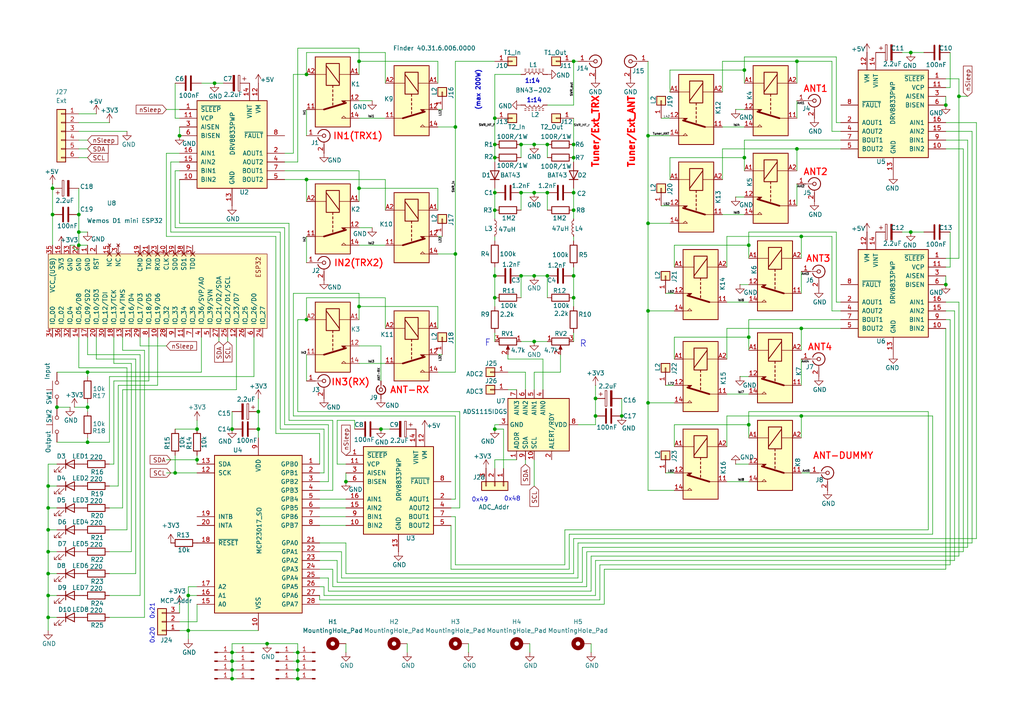
<source format=kicad_sch>
(kicad_sch (version 20250114) (generator "eeschema") (generator_version "9.0")
  (paper "A4")
  (title_block (title "ESP32-Antennenschalter") (date "2025-09-05") (rev "250905a") (company "DARC OV Bremen(i04)") (comment 1 "Daniel Wendt-Fröhlich ( DL2AB@darc.de )  für") (comment 2 "schaltbar per I2C (3.3V/5V, ggf. 3.3V auf 5V legen)") (comment 3 "5V-Design, bistabile Relais, abschaltbare Treiber") (comment 4 "Antennenschalter 3x In, 5x Out, Tuner, SWR-Brücke") (comment 5 "schaltbar per I2C (3.3V/5V, ggf. 3.3V auf 5V legen)"))
  (text "R" (at 169.164 99.822 0) (effects (font (size 1.905 1.905))))
  (text "0x20" (at 44.196 184.404 90) (effects (font (size 1.27 1.27))))
  (text "0x49\n" (at 139.192 145.034 0) (effects (font (size 1.27 1.27))))
  (text "0x48" (at 148.59 144.78 0) (effects (font (size 1.27 1.27))))
  (text "(max 200W)" (at 138.684 26.162 90) (effects (font (size 1.27 1.27) (thickness 0.254) (bold yes))))
  (text "1:14" (at 154.94 29.21 0) (effects (font (size 1.27 1.27) (thickness 0.254) (bold yes))))
  (text "F" (at 141.478 99.568 0) (effects (font (size 1.905 1.905))))
  (text "1:14" (at 154.432 23.622 0) (effects (font (size 1.27 1.27) (thickness 0.254) (bold yes))))
  (text "0x21" (at 44.196 177.292 90) (effects (font (size 1.27 1.27))))
  (junction (at 86.36 189.23))
  (junction (at 158.75 80.01))
  (junction (at 166.37 86.36))
  (junction (at 166.37 55.88))
  (junction (at 67.31 196.85))
  (junction (at 88.9 21.59))
  (junction (at 166.37 60.96))
  (junction (at 88.9 52.07))
  (junction (at 13.97 166.37))
  (junction (at 151.13 55.88))
  (junction (at 62.23 24.13))
  (junction (at 274.32 82.55))
  (junction (at 154.94 55.88))
  (junction (at 22.86 71.12))
  (junction (at 88.9 92.71))
  (junction (at 172.72 115.57))
  (junction (at 166.37 80.01))
  (junction (at 274.32 30.48))
  (junction (at 86.36 194.31))
  (junction (at 25.4 107.95))
  (junction (at 158.75 55.88))
  (junction (at 232.41 120.65))
  (junction (at 22.86 67.31))
  (junction (at 86.36 196.85))
  (junction (at 22.86 62.23))
  (junction (at 143.51 86.36))
  (junction (at 52.07 39.37))
  (junction (at 180.34 120.65))
  (junction (at 143.51 34.29))
  (junction (at 158.75 41.91))
  (junction (at 50.8 137.16))
  (junction (at 13.97 140.97))
  (junction (at 57.15 124.46))
  (junction (at 25.4 128.27))
  (junction (at 25.4 118.11))
  (junction (at 13.97 153.67))
  (junction (at 217.17 123.19))
  (junction (at 143.51 80.01))
  (junction (at 104.14 17.78))
  (junction (at 187.96 64.77))
  (junction (at 100.33 139.7))
  (junction (at 104.14 88.9))
  (junction (at 215.9 20.32))
  (junction (at 187.96 90.17))
  (junction (at 13.97 179.07))
  (junction (at 215.9 45.72))
  (junction (at 86.36 191.77))
  (junction (at 278.13 27.94))
  (junction (at 143.51 60.96))
  (junction (at 151.13 80.01))
  (junction (at 13.97 160.02))
  (junction (at 132.08 36.83))
  (junction (at 67.31 194.31))
  (junction (at 154.94 80.01))
  (junction (at 264.16 67.31))
  (junction (at 143.51 45.72))
  (junction (at 67.31 191.77))
  (junction (at 217.17 71.12))
  (junction (at 15.24 54.61))
  (junction (at 57.15 133.35))
  (junction (at 67.31 124.46))
  (junction (at 77.47 186.69))
  (junction (at 154.94 99.06))
  (junction (at 143.51 41.91))
  (junction (at 74.93 119.38))
  (junction (at 264.16 15.24))
  (junction (at 110.49 124.46))
  (junction (at 231.14 17.78))
  (junction (at 151.13 41.91))
  (junction (at 13.97 147.32))
  (junction (at 187.96 116.84))
  (junction (at 15.24 62.23))
  (junction (at 74.93 124.46))
  (junction (at 54.61 182.88))
  (junction (at 132.08 73.66))
  (junction (at 166.37 41.91))
  (junction (at 67.31 189.23))
  (junction (at 166.37 45.72))
  (junction (at 166.37 17.78))
  (junction (at 231.14 43.18))
  (junction (at 104.14 54.61))
  (junction (at 232.41 68.58))
  (junction (at 143.51 55.88))
  (junction (at 143.51 124.46))
  (junction (at 232.41 95.25))
  (junction (at 217.17 97.79))
  (junction (at 187.96 39.37))
  (junction (at 16.51 118.11))
  (junction (at 13.97 172.72))
  (junction (at 54.61 172.72))
  (junction (at 154.94 41.91))
  (junction (at 172.72 120.65))
  (wire (pts (xy 147.32 102.87) (xy 147.32 104.14)))
  (wire (pts (xy 54.61 170.18) (xy 54.61 172.72)))
  (wire (pts (xy 215.9 40.64) (xy 243.84 40.64)))
  (wire (pts (xy 143.51 21.59) (xy 143.51 34.29)))
  (wire (pts (xy 195.58 77.47) (xy 195.58 71.12)))
  (wire (pts (xy 85.09 194.31) (xy 86.36 194.31)))
  (wire (pts (xy 154.94 80.01) (xy 158.75 80.01)))
  (wire (pts (xy 52.07 49.53) (xy 50.8 49.53)))
  (wire (pts (xy 88.9 102.87) (xy 88.9 110.49)))
  (wire (pts (xy 275.59 67.31) (xy 275.59 77.47)))
  (wire (pts (xy 104.14 71.12) (xy 111.76 71.12)))
  (wire (pts (xy 151.13 55.88) (xy 151.13 60.96)))
  (wire (pts (xy 50.8 49.53) (xy 50.8 66.04)))
  (wire (pts (xy 40.64 102.87) (xy 40.64 172.72)))
  (wire (pts (xy 280.67 40.64) (xy 280.67 158.75)))
  (wire (pts (xy 132.08 36.83) (xy 132.08 73.66)))
  (wire (pts (xy 195.58 142.24) (xy 187.96 142.24)))
  (wire (pts (xy 82.55 46.99) (xy 86.36 46.99)))
  (wire (pts (xy 172.72 162.56) (xy 172.72 172.72)))
  (wire (pts (xy 85.09 196.85) (xy 86.36 196.85)))
  (wire (pts (xy 217.17 97.79) (xy 217.17 101.6)))
  (wire (pts (xy 57.15 132.08) (xy 57.15 133.35)))
  (wire (pts (xy 274.32 87.63) (xy 278.13 87.63)))
  (wire (pts (xy 34.29 111.76) (xy 34.29 140.97)))
  (wire (pts (xy 104.14 58.42) (xy 104.14 54.61)))
  (wire (pts (xy 100.33 157.48) (xy 100.33 166.37)))
  (wire (pts (xy 67.31 194.31) (xy 68.58 194.31)))
  (wire (pts (xy 166.37 45.72) (xy 166.37 46.99)))
  (wire (pts (xy 66.04 97.79) (xy 66.04 99.06)))
  (wire (pts (xy 92.71 149.86) (xy 100.33 149.86)))
  (wire (pts (xy 166.37 55.88) (xy 166.37 60.96)))
  (wire (pts (xy 157.48 104.14) (xy 157.48 113.03)))
  (wire (pts (xy 97.79 121.92) (xy 97.79 134.62)))
  (wire (pts (xy 209.55 52.07) (xy 209.55 43.18)))
  (wire (pts (xy 213.36 57.15) (xy 215.9 57.15)))
  (wire (pts (xy 194.31 26.67) (xy 194.31 20.32)))
  (wire (pts (xy 13.97 179.07) (xy 13.97 182.88)))
  (wire (pts (xy 132.08 107.95) (xy 127 107.95)))
  (wire (pts (xy 214.63 82.55) (xy 217.17 82.55)))
  (wire (pts (xy 243.84 90.17) (xy 241.3 90.17)))
  (wire (pts (xy 143.51 123.19) (xy 143.51 124.46)))
  (wire (pts (xy 151.13 99.06) (xy 154.94 99.06)))
  (wire (pts (xy 13.97 147.32) (xy 13.97 153.67)))
  (wire (pts (xy 242.57 35.56) (xy 242.57 16.51)))
  (wire (pts (xy 93.98 172.72) (xy 172.72 172.72)))
  (wire (pts (xy 88.9 31.75) (xy 88.9 39.37)))
  (wire (pts (xy 170.18 160.02) (xy 279.4 160.02)))
  (wire (pts (xy 194.31 45.72) (xy 215.9 45.72)))
  (wire (pts (xy 33.02 97.79) (xy 33.02 105.41)))
  (wire (pts (xy 50.8 66.04) (xy 82.55 66.04)))
  (wire (pts (xy 130.81 144.78) (xy 132.08 144.78)))
  (wire (pts (xy 166.37 54.61) (xy 166.37 55.88)))
  (wire (pts (xy 241.3 38.1) (xy 243.84 38.1)))
  (wire (pts (xy 217.17 71.12) (xy 217.17 74.93)))
  (wire (pts (xy 85.09 85.09) (xy 85.09 120.65)))
  (wire (pts (xy 22.86 33.02) (xy 27.94 33.02)))
  (wire (pts (xy 92.71 125.73) (xy 92.71 134.62)))
  (wire (pts (xy 193.04 85.09) (xy 195.58 85.09)))
  (wire (pts (xy 95.25 123.19) (xy 95.25 139.7)))
  (wire (pts (xy 34.29 140.97) (xy 31.75 140.97)))
  (wire (pts (xy 22.86 38.1) (xy 36.83 38.1)))
  (wire (pts (xy 187.96 39.37) (xy 194.31 39.37)))
  (wire (pts (xy 231.14 53.34) (xy 231.14 59.69)))
  (wire (pts (xy 48.26 31.75) (xy 52.07 31.75)))
  (wire (pts (xy 151.13 41.91) (xy 154.94 41.91)))
  (wire (pts (xy 210.82 87.63) (xy 217.17 87.63)))
  (wire (pts (xy 74.93 124.46) (xy 74.93 127)))
  (wire (pts (xy 82.55 44.45) (xy 85.09 44.45)))
  (wire (pts (xy 92.71 167.64) (xy 95.25 167.64)))
  (wire (pts (xy 232.41 78.74) (xy 232.41 85.09)))
  (wire (pts (xy 175.26 165.1) (xy 274.32 165.1)))
  (wire (pts (xy 274.32 27.94) (xy 274.32 30.48)))
  (wire (pts (xy 86.36 189.23) (xy 86.36 191.77)))
  (wire (pts (xy 67.31 189.23) (xy 67.31 191.77)))
  (wire (pts (xy 274.32 165.1) (xy 274.32 95.25)))
  (wire (pts (xy 100.33 186.69) (xy 100.33 189.23)))
  (wire (pts (xy 275.59 15.24) (xy 275.59 25.4)))
  (wire (pts (xy 143.51 133.35) (xy 143.51 135.89)))
  (wire (pts (xy 127 31.75) (xy 128.27 31.75)))
  (wire (pts (xy 92.71 139.7) (xy 95.25 139.7)))
  (wire (pts (xy 88.9 15.24) (xy 111.76 15.24)))
  (wire (pts (xy 163.83 163.83) (xy 163.83 153.67)))
  (wire (pts (xy 52.07 52.07) (xy 52.07 64.77)))
  (wire (pts (xy 154.94 133.35) (xy 154.94 140.97)))
  (wire (pts (xy 93.98 170.18) (xy 93.98 172.72)))
  (wire (pts (xy 209.55 17.78) (xy 231.14 17.78)))
  (wire (pts (xy 31.75 109.22) (xy 31.75 128.27)))
  (wire (pts (xy 132.08 73.66) (xy 132.08 107.95)))
  (wire (pts (xy 231.14 43.18) (xy 243.84 43.18)))
  (wire (pts (xy 152.4 107.95) (xy 152.4 113.03)))
  (wire (pts (xy 210.82 139.7) (xy 217.17 139.7)))
  (wire (pts (xy 45.72 97.79) (xy 45.72 111.76)))
  (wire (pts (xy 20.32 71.12) (xy 21.59 71.12)))
  (wire (pts (xy 143.51 86.36) (xy 143.51 88.9)))
  (wire (pts (xy 104.14 34.29) (xy 111.76 34.29)))
  (wire (pts (xy 48.26 137.16) (xy 50.8 137.16)))
  (wire (pts (xy 99.06 160.02) (xy 99.06 167.64)))
  (wire (pts (xy 92.71 162.56) (xy 97.79 162.56)))
  (wire (pts (xy 81.28 67.31) (xy 81.28 124.46)))
  (wire (pts (xy 280.67 27.94) (xy 278.13 27.94)))
  (wire (pts (xy 275.59 92.71) (xy 275.59 163.83)))
  (wire (pts (xy 13.97 153.67) (xy 13.97 160.02)))
  (wire (pts (xy 50.8 132.08) (xy 50.8 137.16)))
  (wire (pts (xy 85.09 21.59) (xy 88.9 21.59)))
  (wire (pts (xy 22.86 40.64) (xy 25.4 40.64)))
  (wire (pts (xy 67.31 186.69) (xy 67.31 189.23)))
  (wire (pts (xy 85.09 189.23) (xy 86.36 189.23)))
  (wire (pts (xy 95.25 171.45) (xy 171.45 171.45)))
  (wire (pts (xy 40.64 97.79) (xy 40.64 100.33)))
  (wire (pts (xy 104.14 88.9) (xy 104.14 85.09)))
  (wire (pts (xy 187.96 90.17) (xy 195.58 90.17)))
  (wire (pts (xy 85.09 191.77) (xy 86.36 191.77)))
  (wire (pts (xy 88.9 92.71) (xy 86.36 92.71)))
  (wire (pts (xy 48.26 68.58) (xy 80.01 68.58)))
  (wire (pts (xy 147.32 113.03) (xy 149.86 113.03)))
  (wire (pts (xy 25.4 118.11) (xy 25.4 119.38)))
  (wire (pts (xy 83.82 121.92) (xy 96.52 121.92)))
  (wire (pts (xy 167.64 123.19) (xy 172.72 123.19)))
  (wire (pts (xy 13.97 140.97) (xy 13.97 147.32)))
  (wire (pts (xy 22.86 71.12) (xy 25.4 71.12)))
  (wire (pts (xy 82.55 66.04) (xy 82.55 123.19)))
  (wire (pts (xy 57.15 175.26) (xy 57.15 180.34)))
  (wire (pts (xy 38.1 105.41) (xy 38.1 160.02)))
  (wire (pts (xy 67.31 191.77) (xy 68.58 191.77)))
  (wire (pts (xy 111.76 86.36) (xy 88.9 86.36)))
  (wire (pts (xy 25.4 67.31) (xy 22.86 67.31)))
  (wire (pts (xy 50.8 24.13) (xy 50.8 34.29)))
  (wire (pts (xy 86.36 13.97) (xy 86.36 46.99)))
  (wire (pts (xy 143.51 34.29) (xy 143.51 41.91)))
  (wire (pts (xy 25.4 127) (xy 25.4 128.27)))
  (wire (pts (xy 22.86 45.72) (xy 25.4 45.72)))
  (wire (pts (xy 187.96 142.24) (xy 187.96 116.84)))
  (wire (pts (xy 166.37 156.21) (xy 283.21 156.21)))
  (wire (pts (xy 173.99 163.83) (xy 173.99 173.99)))
  (wire (pts (xy 132.08 17.78) (xy 132.08 36.83)))
  (wire (pts (xy 33.02 110.49) (xy 33.02 134.62)))
  (wire (pts (xy 39.37 104.14) (xy 39.37 166.37)))
  (wire (pts (xy 50.8 124.46) (xy 57.15 124.46)))
  (wire (pts (xy 166.37 86.36) (xy 166.37 88.9)))
  (wire (pts (xy 154.94 55.88) (xy 158.75 55.88)))
  (wire (pts (xy 274.32 90.17) (xy 276.86 90.17)))
  (wire (pts (xy 127 17.78) (xy 127 24.13)))
  (wire (pts (xy 143.51 77.47) (xy 143.51 80.01)))
  (wire (pts (xy 241.3 17.78) (xy 241.3 38.1)))
  (wire (pts (xy 22.86 54.61) (xy 22.86 62.23)))
  (wire (pts (xy 232.41 95.25) (xy 243.84 95.25)))
  (wire (pts (xy 104.14 54.61) (xy 127 54.61)))
  (wire (pts (xy 82.55 49.53) (xy 104.14 49.53)))
  (wire (pts (xy 151.13 21.59) (xy 143.51 21.59)))
  (wire (pts (xy 231.14 17.78) (xy 241.3 17.78)))
  (wire (pts (xy 232.41 104.14) (xy 232.41 111.76)))
  (wire (pts (xy 45.72 111.76) (xy 34.29 111.76)))
  (wire (pts (xy 127 102.87) (xy 128.27 102.87)))
  (wire (pts (xy 74.93 119.38) (xy 74.93 124.46)))
  (wire (pts (xy 15.24 53.34) (xy 15.24 54.61)))
  (wire (pts (xy 269.24 119.38) (xy 217.17 119.38)))
  (wire (pts (xy 54.61 172.72) (xy 54.61 182.88)))
  (wire (pts (xy 195.58 97.79) (xy 217.17 97.79)))
  (wire (pts (xy 166.37 77.47) (xy 166.37 80.01)))
  (wire (pts (xy 67.31 196.85) (xy 68.58 196.85)))
  (wire (pts (xy 104.14 105.41) (xy 111.76 105.41)))
  (wire (pts (xy 88.9 76.2) (xy 88.9 68.58)))
  (wire (pts (xy 13.97 160.02) (xy 13.97 166.37)))
  (wire (pts (xy 214.63 109.22) (xy 217.17 109.22)))
  (wire (pts (xy 147.32 104.14) (xy 157.48 104.14)))
  (wire (pts (xy 38.1 160.02) (xy 31.75 160.02)))
  (wire (pts (xy 274.32 43.18) (xy 279.4 43.18)))
  (wire (pts (xy 13.97 166.37) (xy 16.51 166.37)))
  (wire (pts (xy 127 54.61) (xy 127 60.96)))
  (wire (pts (xy 166.37 34.29) (xy 166.37 41.91)))
  (wire (pts (xy 231.14 24.13) (xy 231.14 17.78)))
  (wire (pts (xy 217.17 67.31) (xy 217.17 71.12)))
  (wire (pts (xy 217.17 92.71) (xy 217.17 97.79)))
  (wire (pts (xy 158.75 41.91) (xy 158.75 45.72)))
  (wire (pts (xy 154.94 41.91) (xy 158.75 41.91)))
  (wire (pts (xy 172.72 111.76) (xy 172.72 115.57)))
  (wire (pts (xy 92.71 137.16) (xy 93.98 137.16)))
  (wire (pts (xy 88.9 86.36) (xy 88.9 92.71)))
  (wire (pts (xy 15.24 54.61) (xy 15.24 62.23)))
  (wire (pts (xy 85.09 21.59) (xy 85.09 44.45)))
  (wire (pts (xy 16.51 128.27) (xy 25.4 128.27)))
  (wire (pts (xy 92.71 160.02) (xy 99.06 160.02)))
  (wire (pts (xy 275.59 92.71) (xy 274.32 92.71)))
  (wire (pts (xy 100.33 166.37) (xy 166.37 166.37)))
  (wire (pts (xy 104.14 29.21) (xy 107.95 29.21)))
  (wire (pts (xy 104.14 17.78) (xy 127 17.78)))
  (wire (pts (xy 154.94 107.95) (xy 154.94 113.03)))
  (wire (pts (xy 96.52 142.24) (xy 92.71 142.24)))
  (wire (pts (xy 95.25 167.64) (xy 95.25 171.45)))
  (wire (pts (xy 187.96 90.17) (xy 187.96 116.84)))
  (wire (pts (xy 102.87 121.92) (xy 97.79 121.92)))
  (wire (pts (xy 279.4 43.18) (xy 279.4 160.02)))
  (wire (pts (xy 274.32 25.4) (xy 275.59 25.4)))
  (wire (pts (xy 231.14 29.21) (xy 231.14 34.29)))
  (wire (pts (xy 67.31 191.77) (xy 67.31 194.31)))
  (wire (pts (xy 274.32 22.86) (xy 278.13 22.86)))
  (wire (pts (xy 270.51 154.94) (xy 270.51 120.65)))
  (wire (pts (xy 92.71 157.48) (xy 100.33 157.48)))
  (wire (pts (xy 13.97 134.62) (xy 13.97 140.97)))
  (wire (pts (xy 92.71 173.99) (xy 173.99 173.99)))
  (wire (pts (xy 25.4 116.84) (xy 25.4 118.11)))
  (wire (pts (xy 52.07 182.88) (xy 54.61 182.88)))
  (wire (pts (xy 210.82 77.47) (xy 210.82 68.58)))
  (wire (pts (xy 270.51 120.65) (xy 232.41 120.65)))
  (wire (pts (xy 39.37 166.37) (xy 31.75 166.37)))
  (wire (pts (xy 22.86 35.56) (xy 31.75 35.56)))
  (wire (pts (xy 147.32 107.95) (xy 152.4 107.95)))
  (wire (pts (xy 104.14 85.09) (xy 85.09 85.09)))
  (wire (pts (xy 73.66 109.22) (xy 31.75 109.22)))
  (wire (pts (xy 166.37 96.52) (xy 166.37 99.06)))
  (wire (pts (xy 166.37 60.96) (xy 166.37 63.5)))
  (wire (pts (xy 151.13 41.91) (xy 151.13 45.72)))
  (wire (pts (xy 36.83 106.68) (xy 36.83 153.67)))
  (wire (pts (xy 274.32 77.47) (xy 275.59 77.47)))
  (wire (pts (xy 166.37 41.91) (xy 166.37 45.72)))
  (wire (pts (xy 82.55 52.07) (xy 88.9 52.07)))
  (wire (pts (xy 54.61 185.42) (xy 54.61 182.88)))
  (wire (pts (xy 104.14 21.59) (xy 104.14 17.78)))
  (wire (pts (xy 151.13 55.88) (xy 154.94 55.88)))
  (wire (pts (xy 232.41 68.58) (xy 232.41 74.93)))
  (wire (pts (xy 96.52 121.92) (xy 96.52 142.24)))
  (wire (pts (xy 151.13 80.01) (xy 151.13 86.36)))
  (wire (pts (xy 149.86 133.35) (xy 143.51 133.35)))
  (wire (pts (xy 209.55 36.83) (xy 215.9 36.83)))
  (wire (pts (xy 13.97 153.67) (xy 16.51 153.67)))
  (wire (pts (xy 278.13 22.86) (xy 278.13 27.94)))
  (wire (pts (xy 135.89 186.69) (xy 135.89 189.23)))
  (wire (pts (xy 127 68.58) (xy 128.27 68.58)))
  (wire (pts (xy 175.26 165.1) (xy 175.26 175.26)))
  (wire (pts (xy 195.58 71.12) (xy 217.17 71.12)))
  (wire (pts (xy 232.41 95.25) (xy 232.41 101.6)))
  (wire (pts (xy 166.37 156.21) (xy 166.37 166.37)))
  (wire (pts (xy 162.56 107.95) (xy 154.94 107.95)))
  (wire (pts (xy 73.66 97.79) (xy 73.66 109.22)))
  (wire (pts (xy 193.04 137.16) (xy 195.58 137.16)))
  (wire (pts (xy 86.36 92.71) (xy 86.36 119.38)))
  (wire (pts (xy 130.81 149.86) (xy 132.08 149.86)))
  (wire (pts (xy 209.55 62.23) (xy 215.9 62.23)))
  (wire (pts (xy 215.9 20.32) (xy 215.9 24.13)))
  (wire (pts (xy 40.64 100.33) (xy 48.26 100.33)))
  (wire (pts (xy 13.97 172.72) (xy 13.97 179.07)))
  (wire (pts (xy 130.81 147.32) (xy 133.35 147.32)))
  (wire (pts (xy 143.51 68.58) (xy 143.51 69.85)))
  (wire (pts (xy 171.45 186.69) (xy 171.45 189.23)))
  (wire (pts (xy 242.57 67.31) (xy 217.17 67.31)))
  (wire (pts (xy 111.76 52.07) (xy 111.76 60.96)))
  (wire (pts (xy 13.97 147.32) (xy 16.51 147.32)))
  (wire (pts (xy 96.52 165.1) (xy 96.52 170.18)))
  (wire (pts (xy 80.01 125.73) (xy 92.71 125.73)))
  (wire (pts (xy 217.17 119.38) (xy 217.17 123.19)))
  (wire (pts (xy 243.84 92.71) (xy 217.17 92.71)))
  (wire (pts (xy 210.82 104.14) (xy 210.82 95.25)))
  (wire (pts (xy 31.75 128.27) (xy 25.4 128.27)))
  (wire (pts (xy 52.07 44.45) (xy 48.26 44.45)))
  (wire (pts (xy 52.07 34.29) (xy 50.8 34.29)))
  (wire (pts (xy 187.96 64.77) (xy 187.96 90.17)))
  (wire (pts (xy 54.61 182.88) (xy 74.93 182.88)))
  (wire (pts (xy 33.02 105.41) (xy 38.1 105.41)))
  (wire (pts (xy 48.26 133.35) (xy 57.15 133.35)))
  (wire (pts (xy 104.14 100.33) (xy 110.49 100.33)))
  (wire (pts (xy 104.14 92.71) (xy 104.14 88.9)))
  (wire (pts (xy 21.59 72.39) (xy 22.86 72.39)))
  (wire (pts (xy 165.1 165.1) (xy 165.1 154.94)))
  (wire (pts (xy 153.67 186.69) (xy 153.67 189.23)))
  (wire (pts (xy 281.94 38.1) (xy 281.94 157.48)))
  (wire (pts (xy 110.49 124.46) (xy 113.03 124.46)))
  (wire (pts (xy 62.23 24.13) (xy 64.77 24.13)))
  (wire (pts (xy 58.42 24.13) (xy 62.23 24.13)))
  (wire (pts (xy 92.71 165.1) (xy 96.52 165.1)))
  (wire (pts (xy 22.86 67.31) (xy 22.86 71.12)))
  (wire (pts (xy 104.14 13.97) (xy 104.14 17.78)))
  (wire (pts (xy 16.51 118.11) (xy 20.32 118.11)))
  (wire (pts (xy 25.4 97.79) (xy 25.4 102.87)))
  (wire (pts (xy 25.4 109.22) (xy 25.4 107.95)))
  (wire (pts (xy 242.57 87.63) (xy 242.57 67.31)))
  (wire (pts (xy 67.31 186.69) (xy 77.47 186.69)))
  (wire (pts (xy 213.36 31.75) (xy 215.9 31.75)))
  (wire (pts (xy 243.84 35.56) (xy 242.57 35.56)))
  (wire (pts (xy 130.81 165.1) (xy 165.1 165.1)))
  (wire (pts (xy 41.91 101.6) (xy 41.91 179.07)))
  (wire (pts (xy 104.14 66.04) (xy 107.95 66.04)))
  (wire (pts (xy 43.18 110.49) (xy 33.02 110.49)))
  (wire (pts (xy 143.51 80.01) (xy 143.51 86.36)))
  (wire (pts (xy 86.36 194.31) (xy 86.36 196.85)))
  (wire (pts (xy 132.08 149.86) (xy 132.08 163.83)))
  (wire (pts (xy 118.11 186.69) (xy 118.11 189.23)))
  (wire (pts (xy 267.97 15.24) (xy 264.16 15.24)))
  (wire (pts (xy 110.49 110.49) (xy 110.49 100.33)))
  (wire (pts (xy 133.35 119.38) (xy 133.35 147.32)))
  (wire (pts (xy 132.08 144.78) (xy 132.08 120.65)))
  (wire (pts (xy 48.26 44.45) (xy 48.26 68.58)))
  (wire (pts (xy 167.64 157.48) (xy 281.94 157.48)))
  (wire (pts (xy 13.97 140.97) (xy 16.51 140.97)))
  (wire (pts (xy 191.77 34.29) (xy 194.31 34.29)))
  (wire (pts (xy 102.87 124.46) (xy 102.87 121.92)))
  (wire (pts (xy 187.96 64.77) (xy 194.31 64.77)))
  (wire (pts (xy 52.07 46.99) (xy 49.53 46.99)))
  (wire (pts (xy 146.05 124.46) (xy 143.51 124.46)))
  (wire (pts (xy 58.42 107.95) (xy 58.42 97.79)))
  (wire (pts (xy 22.86 71.12) (xy 22.86 72.39)))
  (wire (pts (xy 25.4 107.95) (xy 58.42 107.95)))
  (wire (pts (xy 127 73.66) (xy 132.08 73.66)))
  (wire (pts (xy 35.56 101.6) (xy 41.91 101.6)))
  (wire (pts (xy 111.76 52.07) (xy 88.9 52.07)))
  (wire (pts (xy 264.16 15.24) (xy 261.62 15.24)))
  (wire (pts (xy 194.31 52.07) (xy 194.31 45.72)))
  (wire (pts (xy 217.17 123.19) (xy 217.17 127)))
  (wire (pts (xy 180.34 115.57) (xy 180.34 120.65)))
  (wire (pts (xy 27.94 97.79) (xy 27.94 104.14)))
  (wire (pts (xy 209.55 26.67) (xy 209.55 17.78)))
  (wire (pts (xy 213.36 134.62) (xy 217.17 134.62)))
  (wire (pts (xy 143.51 41.91) (xy 143.51 45.72)))
  (wire (pts (xy 52.07 36.83) (xy 52.07 39.37)))
  (wire (pts (xy 232.41 137.16) (xy 234.95 137.16)))
  (wire (pts (xy 195.58 104.14) (xy 195.58 97.79)))
  (wire (pts (xy 166.37 17.78) (xy 167.64 17.78)))
  (wire (pts (xy 13.97 160.02) (xy 16.51 160.02)))
  (wire (pts (xy 166.37 17.78) (xy 166.37 30.48)))
  (wire (pts (xy 210.82 129.54) (xy 210.82 120.65)))
  (wire (pts (xy 40.64 172.72) (xy 31.75 172.72)))
  (wire (pts (xy 92.71 170.18) (xy 93.98 170.18)))
  (wire (pts (xy 210.82 68.58) (xy 232.41 68.58)))
  (wire (pts (xy 92.71 152.4) (xy 100.33 152.4)))
  (wire (pts (xy 146.05 124.46) (xy 146.05 135.89)))
  (wire (pts (xy 162.56 102.87) (xy 162.56 107.95)))
  (wire (pts (xy 243.84 87.63) (xy 242.57 87.63)))
  (wire (pts (xy 143.51 96.52) (xy 143.51 99.06)))
  (wire (pts (xy 52.07 180.34) (xy 57.15 180.34)))
  (wire (pts (xy 166.37 80.01) (xy 166.37 86.36)))
  (wire (pts (xy 43.18 97.79) (xy 43.18 110.49)))
  (wire (pts (xy 210.82 95.25) (xy 232.41 95.25)))
  (wire (pts (xy 152.4 133.35) (xy 152.4 134.62)))
  (wire (pts (xy 210.82 120.65) (xy 232.41 120.65)))
  (wire (pts (xy 158.75 30.48) (xy 166.37 30.48)))
  (wire (pts (xy 166.37 68.58) (xy 166.37 69.85)))
  (wire (pts (xy 21.59 71.12) (xy 21.59 72.39)))
  (wire (pts (xy 278.13 161.29) (xy 278.13 87.63)))
  (wire (pts (xy 104.14 49.53) (xy 104.14 54.61)))
  (wire (pts (xy 68.58 97.79) (xy 68.58 113.03)))
  (wire (pts (xy 22.86 106.68) (xy 36.83 106.68)))
  (wire (pts (xy 171.45 161.29) (xy 278.13 161.29)))
  (wire (pts (xy 242.57 16.51) (xy 215.9 16.51)))
  (wire (pts (xy 52.07 175.26) (xy 52.07 177.8)))
  (wire (pts (xy 171.45 161.29) (xy 171.45 171.45)))
  (wire (pts (xy 15.24 62.23) (xy 15.24 71.12)))
  (wire (pts (xy 276.86 90.17) (xy 276.86 162.56)))
  (wire (pts (xy 21.59 118.11) (xy 25.4 118.11)))
  (wire (pts (xy 231.14 43.18) (xy 231.14 49.53)))
  (wire (pts (xy 86.36 119.38) (xy 133.35 119.38)))
  (wire (pts (xy 35.56 147.32) (xy 31.75 147.32)))
  (wire (pts (xy 35.56 113.03) (xy 68.58 113.03)))
  (wire (pts (xy 96.52 170.18) (xy 170.18 170.18)))
  (wire (pts (xy 86.36 191.77) (xy 86.36 194.31)))
  (wire (pts (xy 88.9 21.59) (xy 88.9 15.24)))
  (wire (pts (xy 274.32 80.01) (xy 274.32 82.55)))
  (wire (pts (xy 22.86 62.23) (xy 22.86 67.31)))
  (wire (pts (xy 67.31 194.31) (xy 67.31 196.85)))
  (wire (pts (xy 158.75 55.88) (xy 158.75 60.96)))
  (wire (pts (xy 274.32 40.64) (xy 280.67 40.64)))
  (wire (pts (xy 143.51 45.72) (xy 143.51 46.99)))
  (wire (pts (xy 143.51 54.61) (xy 143.51 55.88)))
  (wire (pts (xy 50.8 137.16) (xy 57.15 137.16)))
  (wire (pts (xy 191.77 59.69) (xy 194.31 59.69)))
  (wire (pts (xy 57.15 133.35) (xy 57.15 134.62)))
  (wire (pts (xy 215.9 45.72) (xy 215.9 49.53)))
  (wire (pts (xy 168.91 158.75) (xy 168.91 168.91)))
  (wire (pts (xy 163.83 153.67) (xy 269.24 153.67)))
  (wire (pts (xy 83.82 64.77) (xy 83.82 121.92)))
  (wire (pts (xy 194.31 20.32) (xy 215.9 20.32)))
  (wire (pts (xy 267.97 67.31) (xy 264.16 67.31)))
  (wire (pts (xy 274.32 38.1) (xy 281.94 38.1)))
  (wire (pts (xy 41.91 179.07) (xy 31.75 179.07)))
  (wire (pts (xy 35.56 113.03) (xy 35.56 147.32)))
  (wire (pts (xy 158.75 80.01) (xy 158.75 86.36)))
  (wire (pts (xy 88.9 52.07) (xy 88.9 58.42)))
  (wire (pts (xy 232.41 127) (xy 232.41 120.65)))
  (wire (pts (xy 210.82 114.3) (xy 217.17 114.3)))
  (wire (pts (xy 92.71 172.72) (xy 92.71 173.99)))
  (wire (pts (xy 187.96 116.84) (xy 195.58 116.84)))
  (wire (pts (xy 172.72 115.57) (xy 172.72 120.65)))
  (wire (pts (xy 27.94 104.14) (xy 39.37 104.14)))
  (wire (pts (xy 74.93 115.57) (xy 74.93 119.38)))
  (wire (pts (xy 195.58 123.19) (xy 217.17 123.19)))
  (wire (pts (xy 232.41 68.58) (xy 241.3 68.58)))
  (wire (pts (xy 92.71 175.26) (xy 175.26 175.26)))
  (wire (pts (xy 215.9 16.51) (xy 215.9 20.32)))
  (wire (pts (xy 99.06 167.64) (xy 167.64 167.64)))
  (wire (pts (xy 264.16 67.31) (xy 261.62 67.31)))
  (wire (pts (xy 269.24 153.67) (xy 269.24 119.38)))
  (wire (pts (xy 33.02 134.62) (xy 31.75 134.62)))
  (wire (pts (xy 49.53 46.99) (xy 49.53 67.31)))
  (wire (pts (xy 16.51 107.95) (xy 25.4 107.95)))
  (wire (pts (xy 52.07 64.77) (xy 83.82 64.77)))
  (wire (pts (xy 130.81 152.4) (xy 130.81 165.1)))
  (wire (pts (xy 92.71 144.78) (xy 100.33 144.78)))
  (wire (pts (xy 93.98 124.46) (xy 93.98 137.16)))
  (wire (pts (xy 168.91 158.75) (xy 280.67 158.75)))
  (wire (pts (xy 67.31 119.38) (xy 67.31 124.46)))
  (wire (pts (xy 63.5 97.79) (xy 63.5 99.06)))
  (wire (pts (xy 97.79 168.91) (xy 168.91 168.91)))
  (wire (pts (xy 81.28 124.46) (xy 93.98 124.46)))
  (wire (pts (xy 143.51 55.88) (xy 143.51 60.96)))
  (wire (pts (xy 187.96 17.78) (xy 187.96 39.37)))
  (wire (pts (xy 85.09 120.65) (xy 132.08 120.65)))
  (wire (pts (xy 13.97 172.72) (xy 16.51 172.72)))
  (wire (pts (xy 92.71 147.32) (xy 100.33 147.32)))
  (wire (pts (xy 170.18 160.02) (xy 170.18 170.18)))
  (wire (pts (xy 13.97 179.07) (xy 16.51 179.07)))
  (wire (pts (xy 187.96 39.37) (xy 187.96 64.77)))
  (wire (pts (xy 209.55 43.18) (xy 231.14 43.18)))
  (wire (pts (xy 144.78 123.19) (xy 143.51 123.19)))
  (wire (pts (xy 283.21 35.56) (xy 283.21 156.21)))
  (wire (pts (xy 172.72 162.56) (xy 276.86 162.56)))
  (wire (pts (xy 193.04 111.76) (xy 195.58 111.76)))
  (wire (pts (xy 111.76 95.25) (xy 111.76 86.36)))
  (wire (pts (xy 49.53 67.31) (xy 81.28 67.31)))
  (wire (pts (xy 25.4 102.87) (xy 40.64 102.87)))
  (wire (pts (xy 278.13 74.93) (xy 274.32 74.93)))
  (wire (pts (xy 278.13 27.94) (xy 278.13 74.93)))
  (wire (pts (xy 22.86 43.18) (xy 25.4 43.18)))
  (wire (pts (xy 274.32 35.56) (xy 283.21 35.56)))
  (wire (pts (xy 97.79 134.62) (xy 100.33 134.62)))
  (wire (pts (xy 165.1 154.94) (xy 270.51 154.94)))
  (wire (pts (xy 127 36.83) (xy 132.08 36.83)))
  (wire (pts (xy 57.15 121.92) (xy 57.15 124.46)))
  (wire (pts (xy 195.58 129.54) (xy 195.58 123.19)))
  (wire (pts (xy 35.56 97.79) (xy 35.56 101.6)))
  (wire (pts (xy 100.33 137.16) (xy 100.33 139.7)))
  (wire (pts (xy 111.76 15.24) (xy 111.76 24.13)))
  (wire (pts (xy 143.51 60.96) (xy 143.51 63.5)))
  (wire (pts (xy 54.61 170.18) (xy 57.15 170.18)))
  (wire (pts (xy 241.3 90.17) (xy 241.3 68.58)))
  (wire (pts (xy 16.51 134.62) (xy 13.97 134.62)))
  (wire (pts (xy 173.99 163.83) (xy 275.59 163.83)))
  (wire (pts (xy 22.86 97.79) (xy 22.86 106.68)))
  (wire (pts (xy 36.83 153.67) (xy 31.75 153.67)))
  (wire (pts (xy 82.55 123.19) (xy 95.25 123.19)))
  (wire (pts (xy 54.61 172.72) (xy 57.15 172.72)))
  (wire (pts (xy 154.94 99.06) (xy 158.75 99.06)))
  (wire (pts (xy 86.36 189.23) (xy 86.36 186.69)))
  (wire (pts (xy 67.31 189.23) (xy 68.58 189.23)))
  (wire (pts (xy 151.13 80.01) (xy 154.94 80.01)))
  (wire (pts (xy 215.9 40.64) (xy 215.9 45.72)))
  (wire (pts (xy 13.97 166.37) (xy 13.97 172.72)))
  (wire (pts (xy 132.08 163.83) (xy 163.83 163.83)))
  (wire (pts (xy 127 88.9) (xy 127 95.25)))
  (wire (pts (xy 77.47 186.69) (xy 86.36 186.69)))
  (wire (pts (xy 132.08 17.78) (xy 143.51 17.78)))
  (wire (pts (xy 172.72 120.65) (xy 172.72 123.19)))
  (wire (pts (xy 80.01 68.58) (xy 80.01 125.73)))
  (wire (pts (xy 104.14 88.9) (xy 127 88.9)))
  (wire (pts (xy 86.36 13.97) (xy 104.14 13.97)))
  (wire (pts (xy 97.79 162.56) (xy 97.79 168.91)))
  (wire (pts (xy 167.64 157.48) (xy 167.64 167.64)))
  (label "SWR_HF_f" (at 143.51 36.83 180) (effects (font (size 0.635 0.635) (thickness 0.254) (bold yes))))
  (label "Ant3" (at 232.41 80.01 0) (effects (font (size 0.635 0.635) (thickness 0.254) (bold yes))))
  (label "L22" (at 128.27 68.58 270) (effects (font (size 0.635 0.635) (thickness 0.254) (bold yes))))
  (label "Isl4" (at 214.63 36.83 180) (effects (font (size 0.635 0.635) (thickness 0.254) (bold yes))))
  (label "Ant4" (at 232.41 105.41 0) (effects (font (size 0.635 0.635) (thickness 0.254) (bold yes))))
  (label "Ant1" (at 231.14 30.48 0) (effects (font (size 0.635 0.635) (thickness 0.254) (bold yes))))
  (label "L82" (at 195.58 137.16 180) (effects (font (size 0.635 0.635))))
  (label "L42" (at 194.31 34.29 180) (effects (font (size 0.635 0.635) (thickness 0.0794))))
  (label "SWR_in" (at 132.08 55.88 90) (effects (font (size 0.635 0.635) (thickness 0.254) (bold yes))))
  (label "Isl3" (at 106.68 105.41 0) (effects (font (size 0.635 0.635) (thickness 0.254) (bold yes))))
  (label "Tuner_ANT" (at 189.23 39.37 0) (effects (font (size 0.635 0.635) (thickness 0.254) (bold yes))))
  (label "L62" (at 195.58 85.09 180) (effects (font (size 0.635 0.635))))
  (label "Isl7" (at 215.9 114.3 180) (effects (font (size 0.635 0.635) (thickness 0.254) (bold yes))))
  (label "Isl2" (at 106.68 71.12 0) (effects (font (size 0.635 0.635) (thickness 0.254) (bold yes))))
  (label "L32" (at 128.27 102.87 270) (effects (font (size 0.635 0.635) (thickness 0.254) (bold yes))))
  (label "SWR_HF_r" (at 166.37 36.83 0) (effects (font (size 0.635 0.635) (thickness 0.127) (bold yes))))
  (label "In2" (at 88.9 68.58 270) (effects (font (size 0.635 0.635) (thickness 0.254) (bold yes))))
  (label "Ant2" (at 231.14 54.61 0) (effects (font (size 0.635 0.635) (thickness 0.254) (bold yes))))
  (label "L12" (at 128.27 31.75 270) (effects (font (size 0.635 0.635) (thickness 0.254) (bold yes))))
  (label "SWR_out" (at 166.37 27.94 90) (effects (font (size 0.635 0.635) (thickness 0.254) (bold yes))))
  (label "In1" (at 88.9 31.75 270) (effects (font (size 0.635 0.635) (thickness 0.254) (bold yes))))
  (label "In3" (at 88.9 102.87 180) (effects (font (size 0.635 0.635) (thickness 0.254) (bold yes))))
  (label "Isl1" (at 106.68 34.29 0) (effects (font (size 0.635 0.635) (thickness 0.254) (bold yes))))
  (label "ANT-RX" (at 110.49 110.49 90) (effects (font (size 0.635 0.635) (thickness 0.254) (bold yes))))
  (label "Ant5" (at 234.95 137.16 180) (effects (font (size 0.635 0.635) (thickness 0.254) (bold yes))))
  (label "Isl6" (at 215.9 87.63 180) (effects (font (size 0.635 0.635) (thickness 0.254) (bold yes))))
  (label "Isl8" (at 215.9 139.7 180) (effects (font (size 0.635 0.635) (thickness 0.254) (bold yes))))
  (label "L52" (at 194.31 59.69 180) (effects (font (size 0.635 0.635))))
  (label "Isl5" (at 214.63 62.23 180) (effects (font (size 0.635 0.635) (thickness 0.254) (bold yes))))
  (label "L72" (at 195.58 111.76 180) (effects (font (size 0.635 0.635))))
  (global_label "SDA" (shape input) (at 25.4 43.18 0) (property "Intersheetrefs" "${INTERSHEET_REFS}" (effects (hide yes))))
  (global_label "SCL" (shape input) (at 66.04 99.06 270) (property "Intersheetrefs" "${INTERSHEET_REFS}" (effects (hide yes))))
  (global_label "SDA" (shape input) (at 49.53 133.35 180) (property "Intersheetrefs" "${INTERSHEET_REFS}" (effects (hide yes))))
  (global_label "SCL" (shape input) (at 25.4 45.72 0) (property "Intersheetrefs" "${INTERSHEET_REFS}" (effects (hide yes))))
  (global_label "nSleep" (shape input) (at 48.26 100.33 0) (property "Intersheetrefs" "${INTERSHEET_REFS}" (effects (hide yes))))
  (global_label "SCL" (shape input) (at 49.53 137.16 180) (property "Intersheetrefs" "${INTERSHEET_REFS}" (effects (hide yes))))
  (global_label "SDA" (shape input) (at 63.5 99.06 270) (property "Intersheetrefs" "${INTERSHEET_REFS}" (effects (hide yes))))
  (global_label "nSleep" (shape input) (at 48.26 31.75 180) (property "Intersheetrefs" "${INTERSHEET_REFS}" (effects (hide yes))))
  (global_label "nSleep" (shape input) (at 100.33 132.08 90) (property "Intersheetrefs" "${INTERSHEET_REFS}" (effects (hide yes))))
  (global_label "SCL" (shape input) (at 154.94 140.97 270) (property "Intersheetrefs" "${INTERSHEET_REFS}" (effects (hide yes))))
  (global_label "nSleep" (shape input) (at 280.67 27.94 90) (property "Intersheetrefs" "${INTERSHEET_REFS}" (effects (hide yes))))
  (global_label "SDA" (shape input) (at 152.4 134.62 270) (property "Intersheetrefs" "${INTERSHEET_REFS}" (effects (hide yes))))
  (global_label "nSleep" (shape input) (at 25.4 40.64 0) (property "Intersheetrefs" "${INTERSHEET_REFS}" (effects (hide yes))))
  (symbol (lib_id "Device:R") (at 27.94 179.07 270) (unit 1)
    (property "Reference" "R25" (at 28.194 181.356 90))
    (property "Value" "220" (at 27.94 177.038 90))
    (property "Footprint" "Resistor_THT:R_Axial_DIN0204_L3.6mm_D1.6mm_P7.62mm_Horizontal" (effects (hide yes)))
    (property "Description" "Resistor" (effects (hide yes)))
  )
  (symbol (lib_id "power:+3V3") (at 57.15 121.92 0) (unit 1)
    (property "Reference" "#PWR046" (effects (hide yes)))
    (property "Value" "+3V3" (at 57.15 118.11 0))
    (property "Description" "Power symbol creates a global label with name \"+3V3\"" (effects (hide yes)))
  )
  (symbol (lib_id "Relay:FINDER-40.31") (at 201.93 31.75 90) (mirror x) (unit 1)
    (property "Reference" "K12" (at 208.28 31.242 0))
    (property "Value" "Finder 40.31.6.006.0000" (effects (hide yes)))
    (property "Footprint" "Relay_THT:Relay_SPDT_Finder_40.31" (effects (hide yes)))
    (property "Datasheet" "http://gfinder.findernet.com/assets/Series/353/S40EN.pdf" (effects (hide yes)))
    (property "Description" "FINDER 40.31, Single Pole Relay, 3.5mm Pitch, 10A" (effects (hide yes)))
  )
  (symbol (lib_id "Mechanical:MountingHole_Pad") (at 168.91 186.69 90) (unit 1) (in_bom no)
    (property "Reference" "H5" (at 167.64 180.34 90))
    (property "Value" "MountingHole_Pad" (at 167.64 182.88 90))
    (property "Footprint" "MountingHole:MountingHole_3.2mm_M3_DIN965_Pad_TopBottom" (effects (hide yes)))
    (property "Description" "Mounting Hole with connection" (effects (hide yes)))
  )
  (symbol (lib_id "Device:R_Potentiometer") (at 162.56 99.06 90) (mirror x) (unit 1)
    (property "Reference" "RV2" (at 160.782 96.774 90) (effects (justify right)))
    (property "Value" "4.7k" (at 157.734 101.6 90) (effects (justify right)))
    (property "Footprint" "Potentiometer_THT:Potentiometer_Vishay_T93YA_Vertical" (effects (hide yes)))
    (property "Description" "Potentiometer" (effects (hide yes)))
  )
  (symbol (lib_id "Connector:Conn_01x01_Pin") (at 91.44 196.85 180) (unit 1)
    (property "Reference" "J44" (effects (hide yes)))
    (property "Value" "Conn_01x01_Pin" (effects (hide yes)))
    (property "Footprint" "Connector_Pin:Pin_D0.7mm_L6.5mm_W1.8mm_FlatFork" (effects (hide yes)))
    (property "Description" "Generic connector, single row, 01x01, script generated" (effects (hide yes)))
  )
  (symbol (lib_id "power:+5V") (at 251.46 67.31 0) (mirror y) (unit 1)
    (property "Reference" "#PWR039" (effects (hide yes)))
    (property "Value" "+5V" (at 248.92 66.294 0))
    (property "Description" "Power symbol creates a global label with name \"+5V\"" (effects (hide yes)))
  )
  (symbol (lib_id "Device:R") (at 27.94 147.32 270) (unit 1)
    (property "Reference" "R20" (at 28.194 149.606 90))
    (property "Value" "220" (at 27.94 145.288 90))
    (property "Footprint" "Resistor_THT:R_Axial_DIN0204_L3.6mm_D1.6mm_P7.62mm_Horizontal" (effects (hide yes)))
    (property "Description" "Resistor" (effects (hide yes)))
  )
  (symbol (lib_id "power:GND") (at 77.47 186.69 0) (unit 1)
    (property "Reference" "#PWR065" (effects (hide yes)))
    (property "Value" "GND" (at 77.724 190.5 0))
    (property "Description" "Power symbol creates a global label with name \"GND\" , ground" (effects (hide yes)))
  )
  (symbol (lib_id "Device:C") (at 162.56 80.01 90) (unit 1)
    (property "Reference" "C4" (at 160.02 81.28 90))
    (property "Value" "1.2nF" (at 161.544 76.962 90))
    (property "Footprint" "Capacitor_THT:C_Disc_D4.3mm_W1.9mm_P5.00mm" (effects (hide yes)))
    (property "Description" "Unpolarized capacitor" (effects (hide yes)))
  )
  (symbol (lib_id "power:GND") (at 153.67 189.23 0) (unit 1)
    (property "Reference" "#PWR063" (effects (hide yes)))
    (property "Value" "GND" (at 153.924 193.04 0))
    (property "Description" "Power symbol creates a global label with name \"GND\" , ground" (effects (hide yes)))
  )
  (symbol (lib_id "Device:D") (at 143.51 50.8 90) (unit 1)
    (property "Reference" "D1" (at 139.7 50.8 90) (effects (justify right)))
    (property "Value" "BAT43" (at 145.034 50.8 90) (effects (justify right)))
    (property "Footprint" "Diode_THT:D_DO-35_SOD27_P7.62mm_Horizontal" (effects (hide yes)))
    (property "Description" "Diode" (effects (hide yes)))
    (property "Sim.Device" "D" (effects (hide yes)))
    (property "Sim.Pins" "1=K 2=A" (effects (hide yes)))
  )
  (symbol (lib_id "power:GND") (at 36.83 38.1 0) (mirror y) (unit 1)
    (property "Reference" "#PWR058" (effects (hide yes)))
    (property "Value" "GND" (at 37.338 41.91 0))
    (property "Description" "Power symbol creates a global label with name \"GND\" , ground" (effects (hide yes)))
  )
  (symbol (lib_id "Connector_Generic:Conn_01x06") (at 17.78 38.1 0) (mirror y) (unit 1)
    (property "Reference" "J27" (at 17.78 26.67 0))
    (property "Value" "Ext" (at 17.78 29.21 0))
    (property "Footprint" "Connector_PinHeader_2.54mm:PinHeader_1x06_P2.54mm_Vertical" (effects (hide yes)))
    (property "Description" "Generic connector, single row, 01x06, script generated (kicad-library-utils/schlib/autogen/connector/)" (effects (hide yes)))
  )
  (symbol (lib_id "Device:R") (at 25.4 113.03 180) (unit 1)
    (property "Reference" "R17" (at 28.702 114.808 0))
    (property "Value" "10k" (at 28.702 112.776 0))
    (property "Footprint" "Resistor_THT:R_Axial_DIN0204_L3.6mm_D1.6mm_P7.62mm_Horizontal" (effects (hide yes)))
    (property "Description" "Resistor" (effects (hide yes)))
  )
  (symbol (lib_id "power:GND") (at 236.22 34.29 0) (unit 1)
    (property "Reference" "#PWR023" (effects (hide yes)))
    (property "Value" "GND" (at 236.474 38.1 0))
    (property "Description" "Power symbol creates a global label with name \"GND\" , ground" (effects (hide yes)))
  )
  (symbol (lib_id "power:GND") (at 214.63 109.22 0) (mirror y) (unit 1)
    (property "Reference" "#PWR010" (effects (hide yes)))
    (property "Value" "GND" (at 217.424 111.76 0))
    (property "Description" "Power symbol creates a global label with name \"GND\" , ground" (effects (hide yes)))
  )
  (symbol (lib_id "power:GND") (at 151.13 30.48 270) (unit 1)
    (property "Reference" "#PWR018" (effects (hide yes)))
    (property "Value" "GND" (at 146.558 30.734 90))
    (property "Description" "Power symbol creates a global label with name \"GND\" , ground" (effects (hide yes)))
  )
  (symbol (lib_id "power:+3V3") (at 74.93 115.57 0) (unit 1)
    (property "Reference" "#PWR04" (effects (hide yes)))
    (property "Value" "+3V3" (at 74.93 112.014 0))
    (property "Description" "Power symbol creates a global label with name \"+3V3\"" (effects (hide yes)))
  )
  (symbol (lib_id "Mechanical:MountingHole_Pad") (at 97.79 186.69 90) (unit 1) (in_bom no)
    (property "Reference" "H1" (at 96.52 180.34 90))
    (property "Value" "MountingHole_Pad" (at 96.52 182.88 90))
    (property "Footprint" "MountingHole:MountingHole_3.2mm_M3_DIN965_Pad_TopBottom" (effects (hide yes)))
    (property "Description" "Mounting Hole with connection" (effects (hide yes)))
  )
  (symbol (lib_id "power:GND") (at 107.95 29.21 0) (unit 1)
    (property "Reference" "#PWR01" (effects (hide yes)))
    (property "Value" "GND" (at 104.394 30.988 0))
    (property "Description" "Power symbol creates a global label with name \"GND\" , ground" (effects (hide yes)))
  )
  (symbol (lib_id "Device:LED") (at 20.32 179.07 0) (unit 1)
    (property "Reference" "D10" (at 18.796 176.784 0))
    (property "Value" "LED8" (at 23.368 176.784 0))
    (property "Footprint" "LED_THT:LED_D3.0mm" (effects (hide yes)))
    (property "Description" "Light emitting diode" (effects (hide yes)))
    (property "Sim.Pins" "1=K 2=A" (effects (hide yes)))
  )
  (symbol (lib_id "Device:C") (at 147.32 80.01 90) (unit 1)
    (property "Reference" "C3" (at 149.606 81.28 90))
    (property "Value" "1.2nF" (at 148.336 76.708 90))
    (property "Footprint" "Capacitor_THT:C_Disc_D4.3mm_W1.9mm_P5.00mm" (effects (hide yes)))
    (property "Description" "Unpolarized capacitor" (effects (hide yes)))
  )
  (symbol (lib_id "power:GND") (at 158.75 21.59 90) (unit 1)
    (property "Reference" "#PWR017" (effects (hide yes)))
    (property "Value" "GND" (at 163.322 21.844 90))
    (property "Description" "Power symbol creates a global label with name \"GND\" , ground" (effects (hide yes)))
  )
  (symbol (lib_id "power:+3V3") (at 140.97 135.89 0) (unit 1)
    (property "Reference" "#PWR048" (effects (hide yes)))
    (property "Value" "+3V3" (at 139.954 132.334 0))
    (property "Description" "Power symbol creates a global label with name \"+3V3\"" (effects (hide yes)))
  )
  (symbol (lib_id "power:GND") (at 240.03 142.24 0) (unit 1)
    (property "Reference" "#PWR016" (effects (hide yes)))
    (property "Value" "GND" (at 240.284 146.05 0))
    (property "Description" "Power symbol creates a global label with name \"GND\" , ground" (effects (hide yes)))
  )
  (symbol (lib_id "Device:C") (at 271.78 67.31 90) (mirror x) (unit 1)
    (property "Reference" "C13" (at 274.32 66.04 90))
    (property "Value" "100nF" (at 271.526 70.866 90))
    (property "Footprint" "Capacitor_THT:C_Disc_D4.3mm_W1.9mm_P5.00mm" (effects (hide yes)))
    (property "Description" "Unpolarized capacitor" (effects (hide yes)))
  )
  (symbol (lib_id "Connector:Conn_01x01_Pin") (at 73.66 189.23 180) (unit 1)
    (property "Reference" "J36" (effects (hide yes)))
    (property "Value" "Conn_01x01_Pin" (effects (hide yes)))
    (property "Footprint" "Connector_Pin:Pin_D0.7mm_L6.5mm_W1.8mm_FlatFork" (effects (hide yes)))
    (property "Description" "Generic connector, single row, 01x01, script generated" (effects (hide yes)))
  )
  (symbol (lib_id "Relay:FINDER-40.31") (at 96.52 26.67 270) (unit 1)
    (property "Reference" "K1" (at 103.124 24.384 90))
    (property "Value" "Finder 40.31.6.006.0000" (at 125.984 13.97 90))
    (property "Footprint" "Relay_THT:Relay_SPDT_Finder_40.31" (effects (hide yes)))
    (property "Datasheet" "http://gfinder.findernet.com/assets/Series/353/S40EN.pdf" (effects (hide yes)))
    (property "Description" "FINDER 40.31, Single Pole Relay, 3.5mm Pitch, 10A" (effects (hide yes)))
  )
  (symbol (lib_id "Driver_Motor:DRV8833PWP") (at 259.08 33.02 0) (mirror y) (unit 1)
    (property "Reference" "U5" (at 256.921 46.863 0) (effects (justify left)))
    (property "Value" "DRV8833PWP" (at 258.953 36.195 90) (effects (justify left)))
    (property "Footprint" "Package_SO:HTSSOP-16-1EP_4.4x5mm_P0.65mm_EP3.4x5mm_Mask2.46x2.31mm_ThermalVias" (effects (hide yes)))
    (property "Datasheet" "http://www.ti.com/lit/ds/symlink/drv8833.pdf" (effects (hide yes)))
    (property "Description" "Dual H-Bridge Motor Driver, HTSSOP-16" (effects (hide yes)))
  )
  (symbol (lib_id "Relay:FINDER-40.31") (at 203.2 134.62 90) (mirror x) (unit 1)
    (property "Reference" "K16" (at 209.804 135.636 0))
    (property "Value" "Finder 40.31.6.006.0000" (effects (hide yes)))
    (property "Footprint" "Relay_THT:Relay_SPDT_Finder_40.31" (effects (hide yes)))
    (property "Datasheet" "http://gfinder.findernet.com/assets/Series/353/S40EN.pdf" (effects (hide yes)))
    (property "Description" "FINDER 40.31, Single Pole Relay, 3.5mm Pitch, 10A" (effects (hide yes)))
  )
  (symbol (lib_id "Relay:FINDER-40.31") (at 223.52 29.21 90) (mirror x) (unit 1)
    (property "Reference" "K4" (at 217.424 27.686 0))
    (property "Value" "Finder 40.31.6.006.0000" (effects (hide yes)))
    (property "Footprint" "Relay_THT:Relay_SPDT_Finder_40.31" (effects (hide yes)))
    (property "Datasheet" "http://gfinder.findernet.com/assets/Series/353/S40EN.pdf" (effects (hide yes)))
    (property "Description" "FINDER 40.31, Single Pole Relay, 3.5mm Pitch, 10A" (effects (hide yes)))
  )
  (symbol (lib_id "Connector:Conn_Coaxial") (at 236.22 53.34 0) (unit 1)
    (property "Reference" "J5" (at 232.918 55.88 0) (effects (justify left)))
    (property "Value" "ANT2" (at 232.918 49.784 0) (effects (font (size 1.905 1.905) (thickness 0.254) (bold yes)) (justify left)))
    (property "Footprint" "TerminalBlock:TerminalBlock_bornier-2_P5.08mm" (effects (hide yes)))
    (property "Description" "coaxial connector (BNC, SMA, SMB, SMC, Cinch/RCA, LEMO, ...)" (effects (hide yes)))
  )
  (symbol (lib_id "Mechanical:MountingHole_Pad") (at 115.57 186.69 90) (unit 1) (in_bom no)
    (property "Reference" "H2" (at 114.3 180.34 90))
    (property "Value" "MountingHole_Pad" (at 114.3 182.88 90))
    (property "Footprint" "MountingHole:MountingHole_3.2mm_M3_DIN965_Pad_TopBottom" (effects (hide yes)))
    (property "Description" "Mounting Hole with connection" (effects (hide yes)))
  )
  (symbol (lib_id "power:GND") (at 154.94 41.91 0) (mirror y) (unit 1)
    (property "Reference" "#PWR027" (effects (hide yes)))
    (property "Value" "GND" (at 154.94 45.466 0))
    (property "Description" "Power symbol creates a global label with name \"GND\" , ground" (effects (hide yes)))
  )
  (symbol (lib_id "Relay:FINDER-40.31") (at 224.79 106.68 90) (mirror x) (unit 1)
    (property "Reference" "K7" (at 231.648 107.696 0))
    (property "Value" "Finder 40.31.6.006.0000" (effects (hide yes)))
    (property "Footprint" "Relay_THT:Relay_SPDT_Finder_40.31" (effects (hide yes)))
    (property "Datasheet" "http://gfinder.findernet.com/assets/Series/353/S40EN.pdf" (effects (hide yes)))
    (property "Description" "FINDER 40.31, Single Pole Relay, 3.5mm Pitch, 10A" (effects (hide yes)))
  )
  (symbol (lib_id "power:GND") (at 107.95 66.04 0) (unit 1)
    (property "Reference" "#PWR02" (effects (hide yes)))
    (property "Value" "GND" (at 104.394 67.818 0))
    (property "Description" "Power symbol creates a global label with name \"GND\" , ground" (effects (hide yes)))
  )
  (symbol (lib_id "Connector:Conn_01x01_Pin") (at 62.23 194.31 0) (unit 1)
    (property "Reference" "J30" (effects (hide yes)))
    (property "Value" "Conn_01x01_Pin" (effects (hide yes)))
    (property "Footprint" "Connector_Pin:Pin_D0.7mm_L6.5mm_W1.8mm_FlatFork" (effects (hide yes)))
    (property "Description" "Generic connector, single row, 01x01, script generated" (effects (hide yes)))
  )
  (symbol (lib_id "Device:R") (at 27.94 160.02 270) (unit 1)
    (property "Reference" "R22" (at 28.194 162.306 90))
    (property "Value" "220" (at 27.94 157.988 90))
    (property "Footprint" "Resistor_THT:R_Axial_DIN0204_L3.6mm_D1.6mm_P7.62mm_Horizontal" (effects (hide yes)))
    (property "Description" "Resistor" (effects (hide yes)))
  )
  (symbol (lib_id "Device:L_Small") (at 143.51 66.04 0) (unit 1)
    (property "Reference" "L3" (at 140.462 66.294 0) (effects (justify left)))
    (property "Value" "47uH" (at 144.526 66.548 0) (effects (justify left)))
    (property "Footprint" "Inductor_THT:L_Axial_L7.0mm_D3.3mm_P10.16mm_Horizontal_Fastron_MICC" (effects (hide yes)))
    (property "Description" "Inductor, small symbol" (effects (hide yes)))
  )
  (symbol (lib_id "power:GND") (at 135.89 189.23 0) (unit 1)
    (property "Reference" "#PWR062" (effects (hide yes)))
    (property "Value" "GND" (at 136.144 193.04 0))
    (property "Description" "Power symbol creates a global label with name \"GND\" , ground" (effects (hide yes)))
  )
  (symbol (lib_id "Device:R") (at 27.94 140.97 270) (unit 1)
    (property "Reference" "R19" (at 28.194 143.256 90))
    (property "Value" "220" (at 27.94 138.938 90))
    (property "Footprint" "Resistor_THT:R_Axial_DIN0204_L3.6mm_D1.6mm_P7.62mm_Horizontal" (effects (hide yes)))
    (property "Description" "Resistor" (effects (hide yes)))
  )
  (symbol (lib_id "power:GND") (at 213.36 57.15 0) (mirror y) (unit 1)
    (property "Reference" "#PWR08" (effects (hide yes)))
    (property "Value" "GND" (at 216.408 59.436 0))
    (property "Description" "Power symbol creates a global label with name \"GND\" , ground" (effects (hide yes)))
  )
  (symbol (lib_id "power:GND") (at 93.98 44.45 0) (mirror y) (unit 1)
    (property "Reference" "#PWR014" (effects (hide yes)))
    (property "Value" "GND" (at 97.028 46.482 0))
    (property "Description" "Power symbol creates a global label with name \"GND\" , ground" (effects (hide yes)))
  )
  (symbol (lib_id "Connector:Conn_Coaxial_Small") (at 110.49 113.03 270) (unit 1)
    (property "Reference" "J9" (at 107.188 115.316 90) (effects (justify left)))
    (property "Value" "ANT-RX" (at 113.03 113.03 90) (effects (font (size 1.905 1.905) (thickness 0.254) (bold yes)) (justify left)))
    (property "Footprint" "Connector_PinHeader_2.54mm:PinHeader_1x02_P2.54mm_Vertical" (effects (hide yes)))
    (property "Description" "small coaxial connector (BNC, SMA, SMB, SMC, Cinch/RCA, LEMO, ...)" (effects (hide yes)))
  )
  (symbol (lib_id "power:+5V") (at 15.24 53.34 0) (unit 1)
    (property "Reference" "#PWR055" (effects (hide yes)))
    (property "Value" "+5V" (at 14.986 49.784 0))
    (property "Description" "Power symbol creates a global label with name \"+5V\"" (effects (hide yes)))
  )
  (symbol (lib_id "Device:C_Polarized") (at 176.53 115.57 90) (mirror x) (unit 1)
    (property "Reference" "C16" (at 182.626 116.078 90))
    (property "Value" "2.2uF" (at 176.276 112.014 90))
    (property "Footprint" "Capacitor_THT:CP_Radial_D5.0mm_P2.00mm" (effects (hide yes)))
    (property "Description" "Polarized capacitor" (effects (hide yes)))
  )
  (symbol (lib_id "Device:R_Potentiometer") (at 147.32 99.06 270) (unit 1)
    (property "Reference" "RV1" (at 149.098 96.774 90) (effects (justify right)))
    (property "Value" "4.7k" (at 152.4 101.6 90) (effects (justify right)))
    (property "Footprint" "Potentiometer_THT:Potentiometer_Vishay_T93YA_Vertical" (effects (hide yes)))
    (property "Description" "Potentiometer" (effects (hide yes)))
  )
  (symbol (lib_id "Driver_Motor:DRV8833PWP") (at 115.57 142.24 0) (unit 1)
    (property "Reference" "U3" (at 117.729 156.083 0) (effects (justify left)))
    (property "Value" "DRV8833PWP" (at 115.697 145.415 90) (effects (justify left)))
    (property "Footprint" "Package_SO:HTSSOP-16-1EP_4.4x5mm_P0.65mm_EP3.4x5mm_Mask2.46x2.31mm_ThermalVias" (effects (hide yes)))
    (property "Datasheet" "http://www.ti.com/lit/ds/symlink/drv8833.pdf" (effects (hide yes)))
    (property "Description" "Dual H-Bridge Motor Driver, HTSSOP-16" (effects (hide yes)))
  )
  (symbol (lib_id "power:GND") (at 237.49 83.82 0) (unit 1)
    (property "Reference" "#PWR021" (effects (hide yes)))
    (property "Value" "GND" (at 237.744 87.63 0))
    (property "Description" "Power symbol creates a global label with name \"GND\" , ground" (effects (hide yes)))
  )
  (symbol (lib_id "Device:LED") (at 20.32 172.72 0) (unit 1)
    (property "Reference" "D9" (at 18.034 170.434 0))
    (property "Value" "LED7" (at 23.368 170.434 0))
    (property "Footprint" "LED_THT:LED_D3.0mm" (effects (hide yes)))
    (property "Description" "Light emitting diode" (effects (hide yes)))
    (property "Sim.Pins" "1=K 2=A" (effects (hide yes)))
  )
  (symbol (lib_id "Connector_Generic:Conn_01x01") (at 142.24 113.03 180) (unit 1)
    (property "Reference" "J26" (at 144.272 110.49 0) (effects (justify left)))
    (property "Value" "ADC3" (at 140.208 113.538 0) (effects (justify left)))
    (property "Footprint" "Connector_Pin:Pin_D0.7mm_L6.5mm_W1.8mm_FlatFork" (effects (hide yes)))
    (property "Description" "Generic connector, single row, 01x01, script generated (kicad-library-utils/schlib/autogen/connector/)" (effects (hide yes)))
  )
  (symbol (lib_id "Driver_Motor:DRV8833PWP") (at 259.08 85.09 0) (mirror y) (unit 1)
    (property "Reference" "U6" (at 256.921 98.933 0) (effects (justify left)))
    (property "Value" "DRV8833PWP" (at 258.953 88.265 90) (effects (justify left)))
    (property "Footprint" "Package_SO:HTSSOP-16-1EP_4.4x5mm_P0.65mm_EP3.4x5mm_Mask2.46x2.31mm_ThermalVias" (effects (hide yes)))
    (property "Datasheet" "http://www.ti.com/lit/ds/symlink/drv8833.pdf" (effects (hide yes)))
    (property "Description" "Dual H-Bridge Motor Driver, HTSSOP-16" (effects (hide yes)))
  )
  (symbol (lib_id "Connector_Generic:Conn_01x01") (at 191.77 54.61 90) (unit 1)
    (property "Reference" "J20" (at 194.31 56.642 0) (effects (justify left)))
    (property "Value" "L2" (at 189.484 55.626 0) (effects (justify left)))
    (property "Footprint" "Connector_Pin:Pin_D0.7mm_L6.5mm_W1.8mm_FlatFork" (effects (hide yes)))
    (property "Description" "Generic connector, single row, 01x01, script generated (kicad-library-utils/schlib/autogen/connector/)" (effects (hide yes)))
  )
  (symbol (lib_id "power:GND") (at 93.98 81.28 0) (mirror y) (unit 1)
    (property "Reference" "#PWR05" (effects (hide yes)))
    (property "Value" "GND" (at 97.028 83.312 0))
    (property "Description" "Power symbol creates a global label with name \"GND\" , ground" (effects (hide yes)))
  )
  (symbol (lib_id "power:+3V3") (at 31.75 35.56 0) (unit 1)
    (property "Reference" "#PWR057" (effects (hide yes)))
    (property "Value" "+3V3" (at 31.75 32.004 0))
    (property "Description" "Power symbol creates a global label with name \"+3V3\"" (effects (hide yes)))
  )
  (symbol (lib_id "Device:R") (at 50.8 128.27 180) (unit 1)
    (property "Reference" "R15" (at 48.514 128.524 90))
    (property "Value" "10k" (at 52.832 128.27 90))
    (property "Footprint" "Resistor_THT:R_Axial_DIN0204_L3.6mm_D1.6mm_P7.62mm_Horizontal" (effects (hide yes)))
    (property "Description" "Resistor" (effects (hide yes)))
  )
  (symbol (lib_id "Device:L_Ferrite") (at 154.94 30.48 270) (unit 1)
    (property "Reference" "L2" (at 155.194 33.274 90))
    (property "Value" "BN43-202" (effects (hide yes)))
    (property "Footprint" "Inductor_THT:L_Axial_L14.5mm_D5.8mm_P25.40mm_Horizontal_Fastron_HBCC" (effects (hide yes)))
    (property "Description" "Inductor with ferrite core" (effects (hide yes)))
  )
  (symbol (lib_id "Connector:Conn_01x01_Pin") (at 91.44 189.23 180) (unit 1)
    (property "Reference" "J41" (effects (hide yes)))
    (property "Value" "Conn_01x01_Pin" (effects (hide yes)))
    (property "Footprint" "Connector_Pin:Pin_D0.7mm_L6.5mm_W1.8mm_FlatFork" (effects (hide yes)))
    (property "Description" "Generic connector, single row, 01x01, script generated" (effects (hide yes)))
  )
  (symbol (lib_id "Device:R") (at 143.51 92.71 0) (unit 1)
    (property "Reference" "R9" (at 140.716 91.186 0))
    (property "Value" "2.2k" (at 147.066 91.186 0))
    (property "Footprint" "Resistor_THT:R_Axial_DIN0207_L6.3mm_D2.5mm_P5.08mm_Vertical" (effects (hide yes)))
    (property "Description" "Resistor" (effects (hide yes)))
  )
  (symbol (lib_id "Connector:Conn_Coaxial") (at 240.03 137.16 0) (unit 1)
    (property "Reference" "J8" (at 236.474 139.192 0) (effects (justify left)))
    (property "Value" "ANT-DUMMY" (at 235.712 132.08 0) (effects (font (size 1.905 1.905) (thickness 0.254) (bold yes)) (justify left)))
    (property "Footprint" "TerminalBlock:TerminalBlock_bornier-2_P5.08mm" (effects (hide yes)))
    (property "Description" "coaxial connector (BNC, SMA, SMB, SMC, Cinch/RCA, LEMO, ...)" (effects (hide yes)))
  )
  (symbol (lib_id "Mechanical:MountingHole_Pad") (at 133.35 186.69 90) (unit 1) (in_bom no)
    (property "Reference" "H3" (at 132.08 180.34 90))
    (property "Value" "MountingHole_Pad" (at 132.08 182.88 90))
    (property "Footprint" "MountingHole:MountingHole_3.2mm_M3_DIN965_Pad_TopBottom" (effects (hide yes)))
    (property "Description" "Mounting Hole with connection" (effects (hide yes)))
  )
  (symbol (lib_id "power:GND") (at 25.4 67.31 0) (mirror y) (unit 1)
    (property "Reference" "#PWR051" (effects (hide yes)))
    (property "Value" "GND" (at 28.448 69.342 0))
    (property "Description" "Power symbol creates a global label with name \"GND\" , ground" (effects (hide yes)))
  )
  (symbol (lib_id "Device:LED") (at 20.32 160.02 0) (unit 1)
    (property "Reference" "D7" (at 18.034 157.734 0))
    (property "Value" "LED5" (at 23.368 157.734 0))
    (property "Footprint" "LED_THT:LED_D3.0mm" (effects (hide yes)))
    (property "Description" "Light emitting diode" (effects (hide yes)))
    (property "Sim.Pins" "1=K 2=A" (effects (hide yes)))
  )
  (symbol (lib_id "Relay:FINDER-40.31") (at 203.2 82.55 90) (mirror x) (unit 1)
    (property "Reference" "K14" (at 209.55 82.296 0))
    (property "Value" "Finder 40.31.6.006.0000" (effects (hide yes)))
    (property "Footprint" "Relay_THT:Relay_SPDT_Finder_40.31" (effects (hide yes)))
    (property "Datasheet" "http://gfinder.findernet.com/assets/Series/353/S40EN.pdf" (effects (hide yes)))
    (property "Description" "FINDER 40.31, Single Pole Relay, 3.5mm Pitch, 10A" (effects (hide yes)))
  )
  (symbol (lib_id "Device:C_Polarized") (at 68.58 24.13 270) (unit 1)
    (property "Reference" "C7" (at 66.04 22.86 90))
    (property "Value" "2.2uF" (at 67.564 27.432 90))
    (property "Footprint" "Capacitor_THT:CP_Radial_D5.0mm_P2.00mm" (effects (hide yes)))
    (property "Description" "Polarized capacitor" (effects (hide yes)))
  )
  (symbol (lib_id "power:GND") (at 274.32 82.55 0) (mirror y) (unit 1)
    (property "Reference" "#PWR042" (effects (hide yes)))
    (property "Value" "GND" (at 271.526 84.836 0))
    (property "Description" "Power symbol creates a global label with name \"GND\" , ground" (effects (hide yes)))
  )
  (symbol (lib_id "Relay:FINDER-40.31") (at 224.79 132.08 90) (mirror x) (unit 1)
    (property "Reference" "K8" (at 231.394 134.112 0))
    (property "Value" "Finder 40.31.6.006.0000" (effects (hide yes)))
    (property "Footprint" "Relay_THT:Relay_SPDT_Finder_40.31" (effects (hide yes)))
    (property "Datasheet" "http://gfinder.findernet.com/assets/Series/353/S40EN.pdf" (effects (hide yes)))
    (property "Description" "FINDER 40.31, Single Pole Relay, 3.5mm Pitch, 10A" (effects (hide yes)))
  )
  (symbol (lib_id "power:GND") (at 143.51 124.46 0) (unit 1)
    (property "Reference" "#PWR054" (effects (hide yes)))
    (property "Value" "GND" (at 141.478 128.016 0))
    (property "Description" "Power symbol creates a global label with name \"GND\" , ground" (effects (hide yes)))
  )
  (symbol (lib_id "Connector:Conn_01x01_Pin") (at 80.01 194.31 0) (unit 1)
    (property "Reference" "J39" (effects (hide yes)))
    (property "Value" "Conn_01x01_Pin" (effects (hide yes)))
    (property "Footprint" "Connector_Pin:Pin_D0.7mm_L6.5mm_W1.8mm_FlatFork" (effects (hide yes)))
    (property "Description" "Generic connector, single row, 01x01, script generated" (effects (hide yes)))
  )
  (symbol (lib_id "Relay:FINDER-40.31") (at 223.52 54.61 90) (mirror x) (unit 1)
    (property "Reference" "K5" (at 217.424 52.832 0))
    (property "Value" "Finder 40.31.6.006.0000" (effects (hide yes)))
    (property "Footprint" "Relay_THT:Relay_SPDT_Finder_40.31" (effects (hide yes)))
    (property "Datasheet" "http://gfinder.findernet.com/assets/Series/353/S40EN.pdf" (effects (hide yes)))
    (property "Description" "FINDER 40.31, Single Pole Relay, 3.5mm Pitch, 10A" (effects (hide yes)))
  )
  (symbol (lib_id "Connector:Conn_Coaxial") (at 237.49 78.74 0) (unit 1)
    (property "Reference" "J6" (at 233.68 81.28 0) (effects (justify left)))
    (property "Value" "ANT3" (at 233.68 74.93 0) (effects (font (size 1.905 1.905) (thickness 0.254) (bold yes)) (justify left)))
    (property "Footprint" "TerminalBlock:TerminalBlock_bornier-2_P5.08mm" (effects (hide yes)))
    (property "Description" "coaxial connector (BNC, SMA, SMB, SMC, Cinch/RCA, LEMO, ...)" (effects (hide yes)))
  )
  (symbol (lib_id "Device:R") (at 27.94 134.62 270) (unit 1)
    (property "Reference" "R16" (at 28.194 136.906 90))
    (property "Value" "220" (at 27.94 132.588 90))
    (property "Footprint" "Resistor_THT:R_Axial_DIN0204_L3.6mm_D1.6mm_P7.62mm_Horizontal" (effects (hide yes)))
    (property "Description" "Resistor" (effects (hide yes)))
  )
  (symbol (lib_id "Device:C") (at 71.12 124.46 270) (unit 1)
    (property "Reference" "C14" (at 65.024 124.46 90))
    (property "Value" "100nF" (at 71.628 127.762 90))
    (property "Footprint" "Capacitor_THT:C_Disc_D4.3mm_W1.9mm_P5.00mm" (effects (hide yes)))
    (property "Description" "Unpolarized capacitor" (effects (hide yes)))
  )
  (symbol (lib_id "Connector_Generic:Conn_01x01") (at 128.27 26.67 90) (unit 1)
    (property "Reference" "J16" (at 130.81 28.702 0) (effects (justify left)))
    (property "Value" "L2" (at 125.984 27.686 0) (effects (justify left)))
    (property "Footprint" "Connector_Pin:Pin_D0.7mm_L6.5mm_W1.8mm_FlatFork" (effects (hide yes)))
    (property "Description" "Generic connector, single row, 01x01, script generated (kicad-library-utils/schlib/autogen/connector/)" (effects (hide yes)))
  )
  (symbol (lib_id "Device:R") (at 143.51 73.66 0) (unit 1)
    (property "Reference" "R4" (at 140.716 73.66 0))
    (property "Value" "100k" (at 147.32 73.66 0))
    (property "Footprint" "Resistor_THT:R_Axial_DIN0207_L6.3mm_D2.5mm_P5.08mm_Vertical" (effects (hide yes)))
    (property "Description" "Resistor" (effects (hide yes)))
  )
  (symbol (lib_id "Connector_Generic:Conn_01x01") (at 191.77 29.21 90) (unit 1)
    (property "Reference" "J19" (at 194.31 31.242 0) (effects (justify left)))
    (property "Value" "L2" (at 189.484 30.226 0) (effects (justify left)))
    (property "Footprint" "Connector_Pin:Pin_D0.7mm_L6.5mm_W1.8mm_FlatFork" (effects (hide yes)))
    (property "Description" "Generic connector, single row, 01x01, script generated (kicad-library-utils/schlib/autogen/connector/)" (effects (hide yes)))
  )
  (symbol (lib_id "Device:R") (at 147.32 41.91 90) (unit 1)
    (property "Reference" "R1" (at 141.732 41.91 90))
    (property "Value" "100R/1W" (at 148.59 39.624 90))
    (property "Footprint" "Resistor_THT:R_Axial_DIN0207_L6.3mm_D2.5mm_P5.08mm_Vertical" (effects (hide yes)))
    (property "Description" "Resistor" (effects (hide yes)))
  )
  (symbol (lib_id "power:GND") (at 100.33 189.23 0) (unit 1)
    (property "Reference" "#PWR060" (effects (hide yes)))
    (property "Value" "GND" (at 100.584 193.04 0))
    (property "Description" "Power symbol creates a global label with name \"GND\" , ground" (effects (hide yes)))
  )
  (symbol (lib_id "Relay:FINDER-40.31") (at 119.38 29.21 270) (unit 1)
    (property "Reference" "K9" (at 112.776 28.702 90))
    (property "Value" "Finder 40.31.6.006.0000" (effects (hide yes)))
    (property "Footprint" "Relay_THT:Relay_SPDT_Finder_40.31" (effects (hide yes)))
    (property "Datasheet" "http://gfinder.findernet.com/assets/Series/353/S40EN.pdf" (effects (hide yes)))
    (property "Description" "FINDER 40.31, Single Pole Relay, 3.5mm Pitch, 10A" (effects (hide yes)))
  )
  (symbol (lib_id "Connector_Generic:Conn_01x01") (at 193.04 80.01 90) (unit 1)
    (property "Reference" "J21" (at 195.58 82.042 0) (effects (justify left)))
    (property "Value" "L2" (at 190.754 81.026 0) (effects (justify left)))
    (property "Footprint" "Connector_Pin:Pin_D0.7mm_L6.5mm_W1.8mm_FlatFork" (effects (hide yes)))
    (property "Description" "Generic connector, single row, 01x01, script generated (kicad-library-utils/schlib/autogen/connector/)" (effects (hide yes)))
  )
  (symbol (lib_id "Relay:FINDER-40.31") (at 119.38 100.33 270) (unit 1)
    (property "Reference" "K11" (at 112.268 97.028 90))
    (property "Value" "Finder 40.31.6.006.0000" (effects (hide yes)))
    (property "Footprint" "Relay_THT:Relay_SPDT_Finder_40.31" (effects (hide yes)))
    (property "Datasheet" "http://gfinder.findernet.com/assets/Series/353/S40EN.pdf" (effects (hide yes)))
    (property "Description" "FINDER 40.31, Single Pole Relay, 3.5mm Pitch, 10A" (effects (hide yes)))
  )
  (symbol (lib_id "power:GND") (at 110.49 124.46 0) (unit 1)
    (property "Reference" "#PWR031" (effects (hide yes)))
    (property "Value" "GND" (at 110.744 128.27 0))
    (property "Description" "Power symbol creates a global label with name \"GND\" , ground" (effects (hide yes)))
  )
  (symbol (lib_id "Connector:Conn_01x01_Pin") (at 62.23 189.23 0) (unit 1)
    (property "Reference" "J32" (effects (hide yes)))
    (property "Value" "Conn_01x01_Pin" (effects (hide yes)))
    (property "Footprint" "Connector_Pin:Pin_D0.7mm_L6.5mm_W1.8mm_FlatFork" (effects (hide yes)))
    (property "Description" "Generic connector, single row, 01x01, script generated" (effects (hide yes)))
  )
  (symbol (lib_id "Device:R") (at 27.94 166.37 270) (unit 1)
    (property "Reference" "R23" (at 28.194 168.656 90))
    (property "Value" "220" (at 27.94 164.338 90))
    (property "Footprint" "Resistor_THT:R_Axial_DIN0204_L3.6mm_D1.6mm_P7.62mm_Horizontal" (effects (hide yes)))
    (property "Description" "Resistor" (effects (hide yes)))
  )
  (symbol (lib_id "ESP32_mini:mini_esp32") (at 12.7 85.09 90) (unit 1)
    (property "Reference" "U8" (at 30.988 58.928 90) (effects (justify right)))
    (property "Value" "Wemos D1 mini ESP32" (at 25.146 64.008 90) (effects (justify right)))
    (property "Footprint" "ESP32_mini:ESP32_mini" (effects (hide yes)))
  )
  (symbol (lib_id "power:GND") (at 274.32 30.48 0) (mirror y) (unit 1)
    (property "Reference" "#PWR036" (effects (hide yes)))
    (property "Value" "GND" (at 271.526 32.766 0))
    (property "Description" "Power symbol creates a global label with name \"GND\" , ground" (effects (hide yes)))
  )
  (symbol (lib_id "power:GND") (at 118.11 189.23 0) (unit 1)
    (property "Reference" "#PWR061" (effects (hide yes)))
    (property "Value" "GND" (at 118.364 193.04 0))
    (property "Description" "Power symbol creates a global label with name \"GND\" , ground" (effects (hide yes)))
  )
  (symbol (lib_id "power:+5V") (at 74.93 24.13 0) (unit 1)
    (property "Reference" "#PWR012" (effects (hide yes)))
    (property "Value" "+5V" (at 77.47 23.114 0))
    (property "Description" "Power symbol creates a global label with name \"+5V\"" (effects (hide yes)))
  )
  (symbol (lib_id "Device:LED") (at 20.32 140.97 0) (unit 1)
    (property "Reference" "D4" (at 17.78 138.684 0))
    (property "Value" "LED2" (at 23.368 138.684 0))
    (property "Footprint" "LED_THT:LED_D3.0mm" (effects (hide yes)))
    (property "Description" "Light emitting diode" (effects (hide yes)))
    (property "Sim.Pins" "1=K 2=A" (effects (hide yes)))
  )
  (symbol (lib_id "Device:C") (at 106.68 124.46 270) (unit 1)
    (property "Reference" "C8" (at 104.14 123.19 90))
    (property "Value" "100nF" (at 105.664 127.508 90))
    (property "Footprint" "Capacitor_THT:C_Disc_D4.3mm_W1.9mm_P5.00mm" (effects (hide yes)))
    (property "Description" "Unpolarized capacitor" (effects (hide yes)))
  )
  (symbol (lib_id "Device:L_Ferrite") (at 154.94 21.59 90) (unit 1)
    (property "Reference" "L1" (at 154.686 18.796 90))
    (property "Value" "BN43-202" (at 154.686 26.162 90))
    (property "Footprint" "Inductor_THT:L_Axial_L14.5mm_D5.8mm_P25.40mm_Horizontal_Fastron_HBCC" (effects (hide yes)))
    (property "Description" "Inductor with ferrite core" (effects (hide yes)))
  )
  (symbol (lib_id "Driver_Motor:DRV8833PWP") (at 67.31 41.91 0) (unit 1)
    (property "Reference" "U2" (at 69.469 55.753 0) (effects (justify left)))
    (property "Value" "DRV8833PWP" (at 67.437 45.085 90) (effects (justify left)))
    (property "Footprint" "Package_SO:HTSSOP-16-1EP_4.4x5mm_P0.65mm_EP3.4x5mm_Mask2.46x2.31mm_ThermalVias" (effects (hide yes)))
    (property "Datasheet" "http://www.ti.com/lit/ds/symlink/drv8833.pdf" (effects (hide yes)))
    (property "Description" "Dual H-Bridge Motor Driver, HTSSOP-16" (effects (hide yes)))
  )
  (symbol (lib_id "power:GND") (at 259.08 50.8 0) (mirror y) (unit 1)
    (property "Reference" "#PWR038" (effects (hide yes)))
    (property "Value" "GND" (at 258.826 54.61 0))
    (property "Description" "Power symbol creates a global label with name \"GND\" , ground" (effects (hide yes)))
  )
  (symbol (lib_id "Device:LED") (at 20.32 134.62 0) (unit 1)
    (property "Reference" "D3" (at 17.78 132.334 0))
    (property "Value" "LED1" (at 23.368 132.334 0))
    (property "Footprint" "LED_THT:LED_D3.0mm" (effects (hide yes)))
    (property "Description" "Light emitting diode" (effects (hide yes)))
    (property "Sim.Pins" "1=K 2=A" (effects (hide yes)))
  )
  (symbol (lib_id "power:+3V3") (at 21.59 118.11 0) (unit 1)
    (property "Reference" "#PWR019" (effects (hide yes)))
    (property "Value" "+3V3" (at 21.59 114.554 0))
    (property "Description" "Power symbol creates a global label with name \"+3V3\"" (effects (hide yes)))
  )
  (symbol (lib_id "Connector_Generic:Conn_01x01") (at 128.27 63.5 90) (unit 1)
    (property "Reference" "J17" (at 130.81 65.532 0) (effects (justify left)))
    (property "Value" "L2" (at 125.984 64.516 0) (effects (justify left)))
    (property "Footprint" "Connector_Pin:Pin_D0.7mm_L6.5mm_W1.8mm_FlatFork" (effects (hide yes)))
    (property "Description" "Generic connector, single row, 01x01, script generated (kicad-library-utils/schlib/autogen/connector/)" (effects (hide yes)))
  )
  (symbol (lib_id "power:GND") (at 213.36 134.62 0) (mirror x) (unit 1)
    (property "Reference" "#PWR011" (effects (hide yes)))
    (property "Value" "GND" (at 216.662 132.588 0))
    (property "Description" "Power symbol creates a global label with name \"GND\" , ground" (effects (hide yes)))
  )
  (symbol (lib_id "power:GND") (at 154.94 99.06 0) (mirror y) (unit 1)
    (property "Reference" "#PWR032" (effects (hide yes)))
    (property "Value" "GND" (at 154.94 102.87 0))
    (property "Description" "Power symbol creates a global label with name \"GND\" , ground" (effects (hide yes)))
  )
  (symbol (lib_id "Device:D") (at 166.37 50.8 270) (mirror x) (unit 1)
    (property "Reference" "D2" (at 170.18 50.8 90) (effects (justify right)))
    (property "Value" "BAT43" (at 164.592 50.8 90) (effects (justify right)))
    (property "Footprint" "Diode_THT:D_DO-35_SOD27_P7.62mm_Horizontal" (effects (hide yes)))
    (property "Description" "Diode" (effects (hide yes)))
    (property "Sim.Device" "D" (effects (hide yes)))
    (property "Sim.Pins" "1=K 2=A" (effects (hide yes)))
  )
  (symbol (lib_id "Switch:SW_Push") (at 16.51 113.03 90) (unit 1)
    (property "Reference" "SW1" (at 14.224 113.284 0) (effects (justify right)))
    (property "Value" "Input" (at 13.716 105.156 0) (effects (justify right)))
    (property "Footprint" "Connector_PinHeader_2.54mm:PinHeader_1x02_P2.54mm_Vertical" (effects (hide yes)))
    (property "Description" "Push button switch, generic, two pins" (effects (hide yes)))
  )
  (symbol (lib_id "Relay:FINDER-40.31") (at 224.79 80.01 90) (mirror x) (unit 1)
    (property "Reference" "K6" (at 218.694 78.232 0))
    (property "Value" "Finder 40.31.6.006.0000" (effects (hide yes)))
    (property "Footprint" "Relay_THT:Relay_SPDT_Finder_40.31" (effects (hide yes)))
    (property "Datasheet" "http://gfinder.findernet.com/assets/Series/353/S40EN.pdf" (effects (hide yes)))
    (property "Description" "FINDER 40.31, Single Pole Relay, 3.5mm Pitch, 10A" (effects (hide yes)))
  )
  (symbol (lib_id "Connector_Generic:Conn_01x01") (at 193.04 132.08 90) (unit 1)
    (property "Reference" "J23" (at 195.58 134.112 0) (effects (justify left)))
    (property "Value" "L2" (at 190.754 133.096 0) (effects (justify left)))
    (property "Footprint" "Connector_Pin:Pin_D0.7mm_L6.5mm_W1.8mm_FlatFork" (effects (hide yes)))
    (property "Description" "Generic connector, single row, 01x01, script generated (kicad-library-utils/schlib/autogen/connector/)" (effects (hide yes)))
  )
  (symbol (lib_id "Device:R") (at 162.56 45.72 270) (mirror x) (unit 1)
    (property "Reference" "R7" (at 168.148 45.72 90))
    (property "Value" "100R/1W" (at 161.29 48.26 90))
    (property "Footprint" "Resistor_THT:R_Axial_DIN0207_L6.3mm_D2.5mm_P5.08mm_Vertical" (effects (hide yes)))
    (property "Description" "Resistor" (effects (hide yes)))
  )
  (symbol (lib_id "power:GND") (at 20.32 118.11 0) (unit 1)
    (property "Reference" "#PWR050" (effects (hide yes)))
    (property "Value" "GND" (at 20.574 121.92 0))
    (property "Description" "Power symbol creates a global label with name \"GND\" , ground" (effects (hide yes)))
  )
  (symbol (lib_id "power:GND") (at 180.34 120.65 0) (mirror y) (unit 1)
    (property "Reference" "#PWR052" (effects (hide yes)))
    (property "Value" "GND" (at 182.372 124.206 0))
    (property "Description" "Power symbol creates a global label with name \"GND\" , ground" (effects (hide yes)))
  )
  (symbol (lib_id "Device:R") (at 162.56 60.96 270) (mirror x) (unit 1)
    (property "Reference" "R8" (at 168.402 60.96 90))
    (property "Value" "1M2" (at 162.306 63.246 90))
    (property "Footprint" "Resistor_THT:R_Axial_DIN0207_L6.3mm_D2.5mm_P5.08mm_Vertical" (effects (hide yes)))
    (property "Description" "Resistor" (effects (hide yes)))
  )
  (symbol (lib_id "power:+5V") (at 27.94 33.02 0) (unit 1)
    (property "Reference" "#PWR056" (effects (hide yes)))
    (property "Value" "+5V" (at 27.686 29.464 0))
    (property "Description" "Power symbol creates a global label with name \"+5V\"" (effects (hide yes)))
  )
  (symbol (lib_id "Device:R") (at 162.56 41.91 270) (mirror x) (unit 1)
    (property "Reference" "R6" (at 168.148 41.91 90))
    (property "Value" "100R/1W" (at 161.29 39.624 90))
    (property "Footprint" "Resistor_THT:R_Axial_DIN0207_L6.3mm_D2.5mm_P5.08mm_Vertical" (effects (hide yes)))
    (property "Description" "Resistor" (effects (hide yes)))
  )
  (symbol (lib_id "Device:C_Polarized") (at 257.81 67.31 90) (mirror x) (unit 1)
    (property "Reference" "C12" (at 260.35 66.04 90))
    (property "Value" "2.2uF" (at 258.826 70.612 90))
    (property "Footprint" "Capacitor_THT:CP_Radial_D5.0mm_P2.00mm" (effects (hide yes)))
    (property "Description" "Polarized capacitor" (effects (hide yes)))
  )
  (symbol (lib_id "Connector:Conn_Coaxial") (at 182.88 17.78 0) (mirror y) (unit 1)
    (property "Reference" "J15" (at 186.944 20.574 0) (effects (justify left)))
    (property "Value" "Tuner/Ext_ANT" (at 183.134 48.768 90) (effects (font (size 1.905 1.905) (thickness 0.381) (bold yes)) (justify left)))
    (property "Footprint" "TerminalBlock:TerminalBlock_bornier-2_P5.08mm" (effects (hide yes)))
    (property "Description" "coaxial connector (BNC, SMA, SMB, SMC, Cinch/RCA, LEMO, ...)" (effects (hide yes)))
  )
  (symbol (lib_id "power:GND") (at 67.31 124.46 0) (unit 1)
    (property "Reference" "#PWR043" (effects (hide yes)))
    (property "Value" "GND" (at 65.278 128.016 0))
    (property "Description" "Power symbol creates a global label with name \"GND\" , ground" (effects (hide yes)))
  )
  (symbol (lib_id "Mechanical:MountingHole_Pad") (at 151.13 186.69 90) (unit 1) (in_bom no)
    (property "Reference" "H4" (at 149.86 180.34 90))
    (property "Value" "MountingHole_Pad" (at 149.86 182.88 90))
    (property "Footprint" "MountingHole:MountingHole_3.2mm_M3_DIN965_Pad_TopBottom" (effects (hide yes)))
    (property "Description" "Mounting Hole with connection" (effects (hide yes)))
  )
  (symbol (lib_id "Connector:Conn_Coaxial") (at 236.22 29.21 0) (unit 1)
    (property "Reference" "J4" (at 232.664 31.496 0) (effects (justify left)))
    (property "Value" "ANT1" (at 232.918 25.654 0) (effects (font (size 1.905 1.905) (thickness 0.254) (bold yes)) (justify left)))
    (property "Footprint" "TerminalBlock:TerminalBlock_bornier-2_P5.08mm" (effects (hide yes)))
    (property "Description" "coaxial connector (BNC, SMA, SMB, SMC, Cinch/RCA, LEMO, ...)" (effects (hide yes)))
  )
  (symbol (lib_id "power:GND") (at 13.97 182.88 0) (unit 1)
    (property "Reference" "#PWR059" (effects (hide yes)))
    (property "Value" "GND" (at 14.224 186.69 0))
    (property "Description" "Power symbol creates a global label with name \"GND\" , ground" (effects (hide yes)))
  )
  (symbol (lib_id "Connector:Conn_Coaxial") (at 237.49 104.14 0) (unit 1)
    (property "Reference" "J7" (at 233.68 106.426 0) (effects (justify left)))
    (property "Value" "ANT4" (at 234.188 100.584 0) (effects (font (size 1.905 1.905) (thickness 0.254) (bold yes)) (justify left)))
    (property "Footprint" "TerminalBlock:TerminalBlock_bornier-2_P5.08mm" (effects (hide yes)))
    (property "Description" "coaxial connector (BNC, SMA, SMB, SMC, Cinch/RCA, LEMO, ...)" (effects (hide yes)))
  )
  (symbol (lib_id "Connector_Generic:Conn_01x01") (at 193.04 106.68 90) (unit 1)
    (property "Reference" "J22" (at 195.58 108.712 0) (effects (justify left)))
    (property "Value" "L2" (at 190.754 107.696 0) (effects (justify left)))
    (property "Footprint" "Connector_Pin:Pin_D0.7mm_L6.5mm_W1.8mm_FlatFork" (effects (hide yes)))
    (property "Description" "Generic connector, single row, 01x01, script generated (kicad-library-utils/schlib/autogen/connector/)" (effects (hide yes)))
  )
  (symbol (lib_id "Relay:FINDER-40.31") (at 203.2 109.22 90) (mirror x) (unit 1)
    (property "Reference" "K15" (at 209.804 109.728 0))
    (property "Value" "Finder 40.31.6.006.0000" (effects (hide yes)))
    (property "Footprint" "Relay_THT:Relay_SPDT_Finder_40.31" (effects (hide yes)))
    (property "Datasheet" "http://gfinder.findernet.com/assets/Series/353/S40EN.pdf" (effects (hide yes)))
    (property "Description" "FINDER 40.31, Single Pole Relay, 3.5mm Pitch, 10A" (effects (hide yes)))
  )
  (symbol (lib_id "Device:C") (at 271.78 15.24 90) (mirror x) (unit 1)
    (property "Reference" "C10" (at 274.32 13.97 90))
    (property "Value" "100nF" (at 271.526 18.796 90))
    (property "Footprint" "Capacitor_THT:C_Disc_D4.3mm_W1.9mm_P5.00mm" (effects (hide yes)))
    (property "Description" "Unpolarized capacitor" (effects (hide yes)))
  )
  (symbol (lib_id "Connector:Conn_Coaxial") (at 93.98 39.37 0) (unit 1)
    (property "Reference" "J1" (at 90.17 41.402 0) (effects (justify left)))
    (property "Value" "IN1(TRX1)" (at 96.52 39.37 0) (effects (font (size 1.905 1.905) (thickness 0.254) (bold yes)) (justify left)))
    (property "Footprint" "TerminalBlock:TerminalBlock_bornier-2_P5.08mm" (effects (hide yes)))
    (property "Description" "coaxial connector (BNC, SMA, SMB, SMC, Cinch/RCA, LEMO, ...)" (effects (hide yes)))
  )
  (symbol (lib_id "power:GND") (at 110.49 115.57 0) (unit 1)
    (property "Reference" "#PWR03" (effects (hide yes)))
    (property "Value" "GND" (at 113.792 117.602 0))
    (property "Description" "Power symbol creates a global label with name \"GND\" , ground" (effects (hide yes)))
  )
  (symbol (lib_id "Connector:Conn_01x01_Pin") (at 73.66 191.77 180) (unit 1)
    (property "Reference" "J35" (effects (hide yes)))
    (property "Value" "Conn_01x01_Pin" (effects (hide yes)))
    (property "Footprint" "Connector_Pin:Pin_D0.7mm_L6.5mm_W1.8mm_FlatFork" (effects (hide yes)))
    (property "Description" "Generic connector, single row, 01x01, script generated" (effects (hide yes)))
  )
  (symbol (lib_id "power:GND") (at 264.16 67.31 0) (mirror y) (unit 1)
    (property "Reference" "#PWR041" (effects (hide yes)))
    (property "Value" "GND" (at 263.906 71.12 0))
    (property "Description" "Power symbol creates a global label with name \"GND\" , ground" (effects (hide yes)))
  )
  (symbol (lib_id "power:+3V3") (at 52.07 175.26 0) (unit 1)
    (property "Reference" "#PWR047" (effects (hide yes)))
    (property "Value" "+3V3" (at 51.308 171.45 0))
    (property "Description" "Power symbol creates a global label with name \"+3V3\"" (effects (hide yes)))
  )
  (symbol (lib_id "Device:R") (at 147.32 45.72 90) (unit 1)
    (property "Reference" "R2" (at 141.732 45.466 90))
    (property "Value" "100R/1W" (at 148.59 48.006 90))
    (property "Footprint" "Resistor_THT:R_Axial_DIN0207_L6.3mm_D2.5mm_P5.08mm_Vertical" (effects (hide yes)))
    (property "Description" "Resistor" (effects (hide yes)))
  )
  (symbol (lib_id "Connector_Generic:Conn_01x01") (at 161.29 34.29 180) (unit 1)
    (property "Reference" "J12" (at 166.116 35.306 0) (effects (justify left)))
    (property "Value" "T2_Out" (at 163.322 36.83 0) (effects (justify left)))
    (property "Footprint" "Connector_Pin:Pin_D1.3mm_L11.0mm_LooseFit" (effects (hide yes)))
    (property "Description" "Generic connector, single row, 01x01, script generated (kicad-library-utils/schlib/autogen/connector/)" (effects (hide yes)))
  )
  (symbol (lib_id "Device:LED") (at 20.32 147.32 0) (unit 1)
    (property "Reference" "D5" (at 17.78 145.034 0))
    (property "Value" "LED3" (at 23.368 145.034 0))
    (property "Footprint" "LED_THT:LED_D3.0mm" (effects (hide yes)))
    (property "Description" "Light emitting diode" (effects (hide yes)))
    (property "Sim.Pins" "1=K 2=A" (effects (hide yes)))
  )
  (symbol (lib_id "Device:C") (at 54.61 24.13 270) (unit 1)
    (property "Reference" "C6" (at 52.07 22.86 90))
    (property "Value" "100nF" (at 54.864 27.686 90))
    (property "Footprint" "Capacitor_THT:C_Disc_D4.3mm_W1.9mm_P5.00mm" (effects (hide yes)))
    (property "Description" "Unpolarized capacitor" (effects (hide yes)))
  )
  (symbol (lib_id "Connector_Generic:Conn_01x03") (at 143.51 140.97 270) (unit 1)
    (property "Reference" "J28" (at 138.938 138.43 90))
    (property "Value" "ADC_Addr" (at 143.256 147.066 90))
    (property "Footprint" "Jumper:SolderJumper-3_P1.3mm_Bridged2Bar12_Pad1.0x1.5mm_NumberLabels" (effects (hide yes)))
    (property "Description" "Generic connector, single row, 01x03, script generated (kicad-library-utils/schlib/autogen/connector/)" (effects (hide yes)))
  )
  (symbol (lib_id "Connector:Conn_Coaxial") (at 93.98 110.49 0) (unit 1)
    (property "Reference" "J3" (at 90.424 113.03 0) (effects (justify left)))
    (property "Value" "IN3(RX)" (at 96.012 110.744 0) (effects (font (size 1.905 1.905) (thickness 0.254) (bold yes)) (justify left)))
    (property "Footprint" "TerminalBlock:TerminalBlock_bornier-2_P5.08mm" (effects (hide yes)))
    (property "Description" "coaxial connector (BNC, SMA, SMB, SMC, Cinch/RCA, LEMO, ...)" (effects (hide yes)))
  )
  (symbol (lib_id "Device:R") (at 25.4 123.19 180) (unit 1)
    (property "Reference" "R18" (at 28.702 124.968 0))
    (property "Value" "10k" (at 28.702 122.936 0))
    (property "Footprint" "Resistor_THT:R_Axial_DIN0204_L3.6mm_D1.6mm_P7.62mm_Horizontal" (effects (hide yes)))
    (property "Description" "Resistor" (effects (hide yes)))
  )
  (symbol (lib_id "power:GND") (at 100.33 139.7 0) (unit 1)
    (property "Reference" "#PWR030" (effects (hide yes)))
    (property "Value" "GND" (at 103.124 141.986 0))
    (property "Description" "Power symbol creates a global label with name \"GND\" , ground" (effects (hide yes)))
  )
  (symbol (lib_id "Connector_Generic:Conn_01x01") (at 142.24 107.95 180) (unit 1)
    (property "Reference" "J25" (at 144.272 105.41 0) (effects (justify left)))
    (property "Value" "ADC2" (at 140.208 108.458 0) (effects (justify left)))
    (property "Footprint" "Connector_Pin:Pin_D0.7mm_L6.5mm_W1.8mm_FlatFork" (effects (hide yes)))
    (property "Description" "Generic connector, single row, 01x01, script generated (kicad-library-utils/schlib/autogen/connector/)" (effects (hide yes)))
  )
  (symbol (lib_id "power:GND") (at 67.31 59.69 0) (unit 1)
    (property "Reference" "#PWR026" (effects (hide yes)))
    (property "Value" "GND" (at 67.564 63.5 0))
    (property "Description" "Power symbol creates a global label with name \"GND\" , ground" (effects (hide yes)))
  )
  (symbol (lib_id "Device:LED") (at 20.32 166.37 0) (unit 1)
    (property "Reference" "D8" (at 17.78 164.084 0))
    (property "Value" "LED6" (at 23.368 164.084 0))
    (property "Footprint" "LED_THT:LED_D3.0mm" (effects (hide yes)))
    (property "Description" "Light emitting diode" (effects (hide yes)))
    (property "Sim.Pins" "1=K 2=A" (effects (hide yes)))
  )
  (symbol (lib_id "Device:R") (at 147.32 86.36 90) (unit 1)
    (property "Reference" "R11" (at 147.574 84.328 90))
    (property "Value" "100k" (at 147.574 88.646 90))
    (property "Footprint" "Resistor_THT:R_Axial_DIN0207_L6.3mm_D2.5mm_P5.08mm_Vertical" (effects (hide yes)))
    (property "Description" "Resistor" (effects (hide yes)))
  )
  (symbol (lib_id "Relay:FINDER-40.31") (at 201.93 57.15 90) (mirror x) (unit 1)
    (property "Reference" "K13" (at 208.28 57.15 0))
    (property "Value" "Finder 40.31.6.006.0000" (effects (hide yes)))
    (property "Footprint" "Relay_THT:Relay_SPDT_Finder_40.31" (effects (hide yes)))
    (property "Datasheet" "http://gfinder.findernet.com/assets/Series/353/S40EN.pdf" (effects (hide yes)))
    (property "Description" "FINDER 40.31, Single Pole Relay, 3.5mm Pitch, 10A" (effects (hide yes)))
  )
  (symbol (lib_id "Interface_Expansion:MCP23017_SO") (at 74.93 154.94 0) (unit 1)
    (property "Reference" "U4" (at 67.564 130.556 0) (effects (justify left)))
    (property "Value" "MCP23017_SO" (at 75.184 160.782 90) (effects (justify left)))
    (property "Footprint" "Package_SO:SOIC-28W_7.5x17.9mm_P1.27mm" (effects (hide yes)))
    (property "Datasheet" "https://ww1.microchip.com/downloads/aemDocuments/documents/APID/ProductDocuments/DataSheets/MCP23017-Data-Sheet-DS20001952.pdf" (effects (hide yes)))
    (property "Description" "16-bit I/O expander, I2C, interrupts, w pull-ups, GPA/B7 output only (https://microchip.my.site.com/s/article/GPA7---GPB7-Cannot-Be-Used-as-Inputs-In-MCP23017),  SOIC-28" (effects (hide yes)))
  )
  (symbol (lib_id "power:GND") (at 237.49 109.22 0) (unit 1)
    (property "Reference" "#PWR020" (effects (hide yes)))
    (property "Value" "GND" (at 237.744 113.03 0))
    (property "Description" "Power symbol creates a global label with name \"GND\" , ground" (effects (hide yes)))
  )
  (symbol (lib_id "Connector_Generic:Conn_01x01") (at 128.27 97.79 90) (unit 1)
    (property "Reference" "J18" (at 130.81 99.822 0) (effects (justify left)))
    (property "Value" "L2" (at 125.984 98.806 0) (effects (justify left)))
    (property "Footprint" "Connector_Pin:Pin_D0.7mm_L6.5mm_W1.8mm_FlatFork" (effects (hide yes)))
    (property "Description" "Generic connector, single row, 01x01, script generated (kicad-library-utils/schlib/autogen/connector/)" (effects (hide yes)))
  )
  (symbol (lib_id "Device:R") (at 27.94 172.72 270) (unit 1)
    (property "Reference" "R24" (at 28.194 175.006 90))
    (property "Value" "220" (at 27.94 170.688 90))
    (property "Footprint" "Resistor_THT:R_Axial_DIN0204_L3.6mm_D1.6mm_P7.62mm_Horizontal" (effects (hide yes)))
    (property "Description" "Resistor" (effects (hide yes)))
  )
  (symbol (lib_id "Relay:FINDER-40.31") (at 96.52 63.5 270) (unit 1)
    (property "Reference" "K2" (at 103.124 60.706 90))
    (property "Value" "Finder 40.31.6.006.0000" (effects (hide yes)))
    (property "Footprint" "Relay_THT:Relay_SPDT_Finder_40.31" (effects (hide yes)))
    (property "Datasheet" "http://gfinder.findernet.com/assets/Series/353/S40EN.pdf" (effects (hide yes)))
    (property "Description" "FINDER 40.31, Single Pole Relay, 3.5mm Pitch, 10A" (effects (hide yes)))
  )
  (symbol (lib_id "Device:LED") (at 20.32 153.67 0) (unit 1)
    (property "Reference" "D6" (at 18.034 151.384 0))
    (property "Value" "LED4" (at 23.368 151.384 0))
    (property "Footprint" "LED_THT:LED_D3.0mm" (effects (hide yes)))
    (property "Description" "Light emitting diode" (effects (hide yes)))
    (property "Sim.Pins" "1=K 2=A" (effects (hide yes)))
  )
  (symbol (lib_id "power:+5V") (at 251.46 15.24 0) (mirror y) (unit 1)
    (property "Reference" "#PWR015" (effects (hide yes)))
    (property "Value" "+5V" (at 248.92 14.224 0))
    (property "Description" "Power symbol creates a global label with name \"+5V\"" (effects (hide yes)))
  )
  (symbol (lib_id "Connector:Conn_01x01_Pin") (at 91.44 194.31 180) (unit 1)
    (property "Reference" "J43" (effects (hide yes)))
    (property "Value" "Conn_01x01_Pin" (effects (hide yes)))
    (property "Footprint" "Connector_Pin:Pin_D0.7mm_L6.5mm_W1.8mm_FlatFork" (effects (hide yes)))
    (property "Description" "Generic connector, single row, 01x01, script generated" (effects (hide yes)))
  )
  (symbol (lib_id "Connector:Conn_01x01_Pin") (at 80.01 191.77 0) (unit 1)
    (property "Reference" "J38" (effects (hide yes)))
    (property "Value" "Conn_01x01_Pin" (effects (hide yes)))
    (property "Footprint" "Connector_Pin:Pin_D0.7mm_L6.5mm_W1.8mm_FlatFork" (effects (hide yes)))
    (property "Description" "Generic connector, single row, 01x01, script generated" (effects (hide yes)))
  )
  (symbol (lib_id "power:GND") (at 154.94 80.01 0) (mirror y) (unit 1)
    (property "Reference" "#PWR029" (effects (hide yes)))
    (property "Value" "GND" (at 154.94 83.566 0))
    (property "Description" "Power symbol creates a global label with name \"GND\" , ground" (effects (hide yes)))
  )
  (symbol (lib_id "Device:R") (at 27.94 153.67 270) (unit 1)
    (property "Reference" "R21" (at 28.194 155.956 90))
    (property "Value" "220" (at 27.94 151.638 90))
    (property "Footprint" "Resistor_THT:R_Axial_DIN0204_L3.6mm_D1.6mm_P7.62mm_Horizontal" (effects (hide yes)))
    (property "Description" "Resistor" (effects (hide yes)))
  )
  (symbol (lib_id "power:GND") (at 264.16 15.24 0) (mirror y) (unit 1)
    (property "Reference" "#PWR037" (effects (hide yes)))
    (property "Value" "GND" (at 263.906 19.05 0))
    (property "Description" "Power symbol creates a global label with name \"GND\" , ground" (effects (hide yes)))
  )
  (symbol (lib_id "Device:R") (at 147.32 60.96 90) (unit 1)
    (property "Reference" "R3" (at 141.478 60.96 90))
    (property "Value" "1M2" (at 147.574 63.246 90))
    (property "Footprint" "Resistor_THT:R_Axial_DIN0207_L6.3mm_D2.5mm_P5.08mm_Vertical" (effects (hide yes)))
    (property "Description" "Resistor" (effects (hide yes)))
  )
  (symbol (lib_id "power:GND") (at 182.88 22.86 0) (mirror y) (unit 1)
    (property "Reference" "#PWR033" (effects (hide yes)))
    (property "Value" "GND" (at 182.88 26.67 0))
    (property "Description" "Power symbol creates a global label with name \"GND\" , ground" (effects (hide yes)))
  )
  (symbol (lib_id "Connector:Conn_01x01_Pin") (at 62.23 196.85 0) (unit 1)
    (property "Reference" "J29" (effects (hide yes)))
    (property "Value" "Conn_01x01_Pin" (effects (hide yes)))
    (property "Footprint" "Connector_Pin:Pin_D0.7mm_L6.5mm_W1.8mm_FlatFork" (effects (hide yes)))
    (property "Description" "Generic connector, single row, 01x01, script generated" (effects (hide yes)))
  )
  (symbol (lib_id "power:GND") (at 54.61 185.42 0) (unit 1)
    (property "Reference" "#PWR044" (effects (hide yes)))
    (property "Value" "GND" (at 54.864 189.23 0))
    (property "Description" "Power symbol creates a global label with name \"GND\" , ground" (effects (hide yes)))
  )
  (symbol (lib_id "Device:C") (at 19.05 62.23 270) (unit 1)
    (property "Reference" "C19" (at 25.146 60.706 90))
    (property "Value" "100nF" (at 19.558 65.532 90))
    (property "Footprint" "Capacitor_THT:C_Disc_D4.3mm_W1.9mm_P5.00mm" (effects (hide yes)))
    (property "Description" "Unpolarized capacitor" (effects (hide yes)))
  )
  (symbol (lib_id "power:+5V") (at 123.19 124.46 0) (unit 1)
    (property "Reference" "#PWR013" (effects (hide yes)))
    (property "Value" "+5V" (at 125.73 123.444 0))
    (property "Description" "Power symbol creates a global label with name \"+5V\"" (effects (hide yes)))
  )
  (symbol (lib_id "power:GND") (at 171.45 189.23 0) (unit 1)
    (property "Reference" "#PWR064" (effects (hide yes)))
    (property "Value" "GND" (at 171.704 193.04 0))
    (property "Description" "Power symbol creates a global label with name \"GND\" , ground" (effects (hide yes)))
  )
  (symbol (lib_id "power:GND") (at 213.36 31.75 0) (mirror y) (unit 1)
    (property "Reference" "#PWR07" (effects (hide yes)))
    (property "Value" "GND" (at 216.408 34.036 0))
    (property "Description" "Power symbol creates a global label with name \"GND\" , ground" (effects (hide yes)))
  )
  (symbol (lib_id "Connector_Generic:Conn_01x01") (at 161.29 17.78 0) (mirror y) (unit 1)
    (property "Reference" "J11" (at 165.862 19.05 0) (effects (justify left)))
    (property "Value" "T1_Out" (at 164.338 15.24 0) (effects (justify left)))
    (property "Footprint" "Connector_Pin:Pin_D1.3mm_L11.0mm_LooseFit" (effects (hide yes)))
    (property "Description" "Generic connector, single row, 01x01, script generated (kicad-library-utils/schlib/autogen/connector/)" (effects (hide yes)))
  )
  (symbol (lib_id "Device:C_Polarized") (at 19.05 54.61 90) (unit 1)
    (property "Reference" "C18" (at 25.146 54.102 90))
    (property "Value" "2.2uF" (at 18.796 58.166 90))
    (property "Footprint" "Capacitor_THT:CP_Radial_D5.0mm_P2.00mm" (effects (hide yes)))
    (property "Description" "Polarized capacitor" (effects (hide yes)))
  )
  (symbol (lib_id "Device:L_Small") (at 166.37 66.04 0) (mirror y) (unit 1)
    (property "Reference" "L4" (at 169.164 66.294 0) (effects (justify left)))
    (property "Value" "47uH" (at 165.1 66.294 0) (effects (justify left)))
    (property "Footprint" "Inductor_THT:L_Axial_L7.0mm_D3.3mm_P10.16mm_Horizontal_Fastron_MICC" (effects (hide yes)))
    (property "Description" "Inductor, small symbol" (effects (hide yes)))
  )
  (symbol (lib_id "power:GND") (at 62.23 24.13 0) (unit 1)
    (property "Reference" "#PWR025" (effects (hide yes)))
    (property "Value" "GND" (at 62.484 27.94 0))
    (property "Description" "Power symbol creates a global label with name \"GND\" , ground" (effects (hide yes)))
  )
  (symbol (lib_id "Device:C_Polarized") (at 257.81 15.24 90) (mirror x) (unit 1)
    (property "Reference" "C11" (at 260.35 13.97 90))
    (property "Value" "2.2uF" (at 258.826 18.542 90))
    (property "Footprint" "Capacitor_THT:CP_Radial_D5.0mm_P2.00mm" (effects (hide yes)))
    (property "Description" "Polarized capacitor" (effects (hide yes)))
  )
  (symbol (lib_id "Device:R") (at 166.37 73.66 0) (mirror y) (unit 1)
    (property "Reference" "R5" (at 169.164 73.914 0))
    (property "Value" "100k" (at 162.56 73.914 0))
    (property "Footprint" "Resistor_THT:R_Axial_DIN0207_L6.3mm_D2.5mm_P5.08mm_Vertical" (effects (hide yes)))
    (property "Description" "Resistor" (effects (hide yes)))
  )
  (symbol (lib_id "Device:C") (at 147.32 55.88 90) (unit 1)
    (property "Reference" "C1" (at 141.732 55.88 90))
    (property "Value" "1.2nF" (at 151.13 53.848 90))
    (property "Footprint" "Capacitor_THT:C_Disc_D4.3mm_W1.9mm_P5.00mm" (effects (hide yes)))
    (property "Description" "Unpolarized capacitor" (effects (hide yes)))
  )
  (symbol (lib_id "power:GND") (at 214.63 82.55 0) (mirror y) (unit 1)
    (property "Reference" "#PWR09" (effects (hide yes)))
    (property "Value" "GND" (at 217.678 84.836 0))
    (property "Description" "Power symbol creates a global label with name \"GND\" , ground" (effects (hide yes)))
  )
  (symbol (lib_id "power:GND") (at 236.22 58.42 0) (unit 1)
    (property "Reference" "#PWR022" (effects (hide yes)))
    (property "Value" "GND" (at 236.474 62.23 0))
    (property "Description" "Power symbol creates a global label with name \"GND\" , ground" (effects (hide yes)))
  )
  (symbol (lib_id "Connector_Generic:Conn_01x03") (at 46.99 180.34 180) (unit 1)
    (property "Reference" "J24" (at 48.26 185.674 0))
    (property "Value" "MCP_Addr" (at 51.054 174.244 0))
    (property "Footprint" "Jumper:SolderJumper-3_P1.3mm_Bridged2Bar12_Pad1.0x1.5mm_NumberLabels" (effects (hide yes)))
    (property "Description" "Generic connector, single row, 01x03, script generated (kicad-library-utils/schlib/autogen/connector/)" (effects (hide yes)))
  )
  (symbol (lib_id "Device:R") (at 57.15 128.27 180) (unit 1)
    (property "Reference" "R14" (at 54.864 128.524 90))
    (property "Value" "10k" (at 59.182 128.27 90))
    (property "Footprint" "Resistor_THT:R_Axial_DIN0204_L3.6mm_D1.6mm_P7.62mm_Horizontal" (effects (hide yes)))
    (property "Description" "Resistor" (effects (hide yes)))
  )
  (symbol (lib_id "Connector:Conn_01x01_Pin") (at 80.01 189.23 0) (unit 1)
    (property "Reference" "J37" (effects (hide yes)))
    (property "Value" "Conn_01x01_Pin" (effects (hide yes)))
    (property "Footprint" "Connector_Pin:Pin_D0.7mm_L6.5mm_W1.8mm_FlatFork" (effects (hide yes)))
    (property "Description" "Generic connector, single row, 01x01, script generated" (effects (hide yes)))
  )
  (symbol (lib_id "Device:R") (at 53.34 157.48 90) (unit 1)
    (property "Reference" "R13" (at 53.086 155.194 90))
    (property "Value" "10k" (at 53.34 159.512 90))
    (property "Footprint" "Resistor_THT:R_Axial_DIN0204_L3.6mm_D1.6mm_P7.62mm_Horizontal" (effects (hide yes)))
    (property "Description" "Resistor" (effects (hide yes)))
  )
  (symbol (lib_id "power:GND") (at 259.08 102.87 0) (mirror y) (unit 1)
    (property "Reference" "#PWR040" (effects (hide yes)))
    (property "Value" "GND" (at 258.826 106.68 0))
    (property "Description" "Power symbol creates a global label with name \"GND\" , ground" (effects (hide yes)))
  )
  (symbol (lib_id "Analog_ADC:ADS1115IDGS") (at 154.94 123.19 270) (unit 1)
    (property "Reference" "U7" (at 145.288 116.332 90))
    (property "Value" "ADS1115IDGS" (at 140.716 119.38 90))
    (property "Footprint" "Package_SO:TSSOP-10_3x3mm_P0.5mm" (effects (hide yes)))
    (property "Datasheet" "http://www.ti.com/lit/ds/symlink/ads1113.pdf" (effects (hide yes)))
    (property "Description" "Ultra-Small, Low-Power, I2C-Compatible, 860-SPS, 16-Bit ADCs With Internal Reference, Oscillator, and Programmable Comparator, VSSOP-10" (effects (hide yes)))
  )
  (symbol (lib_id "Relay:FINDER-40.31") (at 119.38 66.04 270) (unit 1)
    (property "Reference" "K10" (at 112.014 65.024 90))
    (property "Value" "Finder 40.31.6.006.0000" (effects (hide yes)))
    (property "Footprint" "Relay_THT:Relay_SPDT_Finder_40.31" (effects (hide yes)))
    (property "Datasheet" "http://gfinder.findernet.com/assets/Series/353/S40EN.pdf" (effects (hide yes)))
    (property "Description" "FINDER 40.31, Single Pole Relay, 3.5mm Pitch, 10A" (effects (hide yes)))
  )
  (symbol (lib_id "power:+3V3") (at 17.78 71.12 0) (unit 1)
    (property "Reference" "#PWR049" (effects (hide yes)))
    (property "Value" "+3V3" (at 20.066 69.596 0))
    (property "Description" "Power symbol creates a global label with name \"+3V3\"" (effects (hide yes)))
  )
  (symbol (lib_id "power:GND") (at 115.57 160.02 0) (unit 1)
    (property "Reference" "#PWR035" (effects (hide yes)))
    (property "Value" "GND" (at 115.824 163.83 0))
    (property "Description" "Power symbol creates a global label with name \"GND\" , ground" (effects (hide yes)))
  )
  (symbol (lib_id "Switch:SW_Push") (at 16.51 123.19 90) (unit 1)
    (property "Reference" "SW2" (at 14.224 118.618 0) (effects (justify right)))
    (property "Value" "Output" (at 13.97 124.968 0) (effects (justify right)))
    (property "Footprint" "Connector_PinHeader_2.54mm:PinHeader_1x02_P2.54mm_Vertical" (effects (hide yes)))
    (property "Description" "Push button switch, generic, two pins" (effects (hide yes)))
  )
  (symbol (lib_id "Connector:Conn_01x01_Pin") (at 73.66 196.85 180) (unit 1)
    (property "Reference" "J33" (effects (hide yes)))
    (property "Value" "Conn_01x01_Pin" (effects (hide yes)))
    (property "Footprint" "Connector_Pin:Pin_D0.7mm_L6.5mm_W1.8mm_FlatFork" (effects (hide yes)))
    (property "Description" "Generic connector, single row, 01x01, script generated" (effects (hide yes)))
  )
  (symbol (lib_id "Connector_Generic:Conn_01x01") (at 148.59 17.78 0) (unit 1)
    (property "Reference" "J10" (at 143.764 19.05 0) (effects (justify left)))
    (property "Value" "T1_In" (at 146.05 15.24 0) (effects (justify left)))
    (property "Footprint" "Connector_Pin:Pin_D1.3mm_L11.0mm_LooseFit" (effects (hide yes)))
    (property "Description" "Generic connector, single row, 01x01, script generated (kicad-library-utils/schlib/autogen/connector/)" (effects (hide yes)))
  )
  (symbol (lib_id "Device:C") (at 176.53 120.65 90) (mirror x) (unit 1)
    (property "Reference" "C17" (at 182.626 120.65 90))
    (property "Value" "100nF" (at 176.022 123.952 90))
    (property "Footprint" "Capacitor_THT:C_Disc_D4.3mm_W1.9mm_P5.00mm" (effects (hide yes)))
    (property "Description" "Unpolarized capacitor" (effects (hide yes)))
  )
  (symbol (lib_id "Connector:Conn_Coaxial") (at 93.98 76.2 0) (unit 1)
    (property "Reference" "J2" (at 90.424 78.486 0) (effects (justify left)))
    (property "Value" "IN2(TRX2)" (at 96.774 76.2 0) (effects (font (size 1.905 1.905) (thickness 0.254) (bold yes)) (justify left)))
    (property "Footprint" "TerminalBlock:TerminalBlock_bornier-2_P5.08mm" (effects (hide yes)))
    (property "Description" "coaxial connector (BNC, SMA, SMB, SMC, Cinch/RCA, LEMO, ...)" (effects (hide yes)))
  )
  (symbol (lib_id "Device:C_Polarized") (at 71.12 119.38 270) (unit 1)
    (property "Reference" "C15" (at 65.024 119.888 90))
    (property "Value" "2.2uF" (at 71.374 115.824 90))
    (property "Footprint" "Capacitor_THT:CP_Radial_D5.0mm_P2.00mm" (effects (hide yes)))
    (property "Description" "Polarized capacitor" (effects (hide yes)))
  )
  (symbol (lib_id "Connector:Conn_01x01_Pin") (at 62.23 191.77 0) (unit 1)
    (property "Reference" "J31" (effects (hide yes)))
    (property "Value" "Conn_01x01_Pin" (effects (hide yes)))
    (property "Footprint" "Connector_Pin:Pin_D0.7mm_L6.5mm_W1.8mm_FlatFork" (effects (hide yes)))
    (property "Description" "Generic connector, single row, 01x01, script generated" (effects (hide yes)))
  )
  (symbol (lib_id "Relay:FINDER-40.31") (at 96.52 97.79 270) (unit 1)
    (property "Reference" "K3" (at 103.124 95.504 90))
    (property "Value" "Finder 40.31.6.006.0000" (effects (hide yes)))
    (property "Footprint" "Relay_THT:Relay_SPDT_Finder_40.31" (effects (hide yes)))
    (property "Datasheet" "http://gfinder.findernet.com/assets/Series/353/S40EN.pdf" (effects (hide yes)))
    (property "Description" "FINDER 40.31, Single Pole Relay, 3.5mm Pitch, 10A" (effects (hide yes)))
  )
  (symbol (lib_id "power:GND") (at 52.07 39.37 0) (unit 1)
    (property "Reference" "#PWR024" (effects (hide yes)))
    (property "Value" "GND" (at 54.864 41.656 0))
    (property "Description" "Power symbol creates a global label with name \"GND\" , ground" (effects (hide yes)))
  )
  (symbol (lib_id "Device:C_Polarized") (at 116.84 124.46 270) (unit 1)
    (property "Reference" "C9" (at 114.3 123.19 90))
    (property "Value" "2.2uF" (at 115.824 127.762 90))
    (property "Footprint" "Capacitor_THT:CP_Radial_D5.0mm_P2.00mm" (effects (hide yes)))
    (property "Description" "Polarized capacitor" (effects (hide yes)))
  )
  (symbol (lib_id "Device:C") (at 162.56 55.88 270) (mirror x) (unit 1)
    (property "Reference" "C2" (at 168.656 56.134 90))
    (property "Value" "1.2nF" (at 158.75 53.848 90))
    (property "Footprint" "Capacitor_THT:C_Disc_D4.3mm_W1.9mm_P5.00mm" (effects (hide yes)))
    (property "Description" "Unpolarized capacitor" (effects (hide yes)))
  )
  (symbol (lib_id "Connector:Conn_01x01_Pin") (at 80.01 196.85 0) (unit 1)
    (property "Reference" "J40" (effects (hide yes)))
    (property "Value" "Conn_01x01_Pin" (effects (hide yes)))
    (property "Footprint" "Connector_Pin:Pin_D0.7mm_L6.5mm_W1.8mm_FlatFork" (effects (hide yes)))
    (property "Description" "Generic connector, single row, 01x01, script generated" (effects (hide yes)))
  )
  (symbol (lib_id "Connector:Conn_Coaxial") (at 172.72 17.78 0) (unit 1)
    (property "Reference" "J14" (at 167.132 19.812 0) (effects (justify left)))
    (property "Value" "Tuner/Ext_TRX" (at 172.72 48.768 90) (effects (font (size 1.905 1.905) (thickness 0.381) (bold yes)) (justify left)))
    (property "Footprint" "TerminalBlock:TerminalBlock_bornier-2_P5.08mm" (effects (hide yes)))
    (property "Description" "coaxial connector (BNC, SMA, SMB, SMC, Cinch/RCA, LEMO, ...)" (effects (hide yes)))
  )
  (symbol (lib_id "Connector:Conn_01x01_Pin") (at 73.66 194.31 180) (unit 1)
    (property "Reference" "J34" (effects (hide yes)))
    (property "Value" "Conn_01x01_Pin" (effects (hide yes)))
    (property "Footprint" "Connector_Pin:Pin_D0.7mm_L6.5mm_W1.8mm_FlatFork" (effects (hide yes)))
    (property "Description" "Generic connector, single row, 01x01, script generated" (effects (hide yes)))
  )
  (symbol (lib_id "power:GND") (at 172.72 22.86 0) (mirror y) (unit 1)
    (property "Reference" "#PWR034" (effects (hide yes)))
    (property "Value" "GND" (at 172.72 26.67 0))
    (property "Description" "Power symbol creates a global label with name \"GND\" , ground" (effects (hide yes)))
  )
  (symbol (lib_id "Connector:Conn_01x01_Pin") (at 91.44 191.77 180) (unit 1)
    (property "Reference" "J42" (effects (hide yes)))
    (property "Value" "Conn_01x01_Pin" (effects (hide yes)))
    (property "Footprint" "Connector_Pin:Pin_D0.7mm_L6.5mm_W1.8mm_FlatFork" (effects (hide yes)))
    (property "Description" "Generic connector, single row, 01x01, script generated" (effects (hide yes)))
  )
  (symbol (lib_id "power:GND") (at 154.94 55.88 0) (mirror y) (unit 1)
    (property "Reference" "#PWR028" (effects (hide yes)))
    (property "Value" "GND" (at 154.94 59.436 0))
    (property "Description" "Power symbol creates a global label with name \"GND\" , ground" (effects (hide yes)))
  )
  (symbol (lib_id "Device:R") (at 162.56 86.36 90) (unit 1)
    (property "Reference" "R12" (at 162.306 84.328 90))
    (property "Value" "100k" (at 162.814 88.646 90))
    (property "Footprint" "Resistor_THT:R_Axial_DIN0207_L6.3mm_D2.5mm_P5.08mm_Vertical" (effects (hide yes)))
    (property "Description" "Resistor" (effects (hide yes)))
  )
  (symbol (lib_id "Connector_Generic:Conn_01x01") (at 148.59 34.29 0) (mirror x) (unit 1)
    (property "Reference" "J13" (at 143.764 35.306 0) (effects (justify left)))
    (property "Value" "T2_In" (at 147.32 36.83 0) (effects (justify left)))
    (property "Footprint" "Connector_Pin:Pin_D1.3mm_L11.0mm_LooseFit" (effects (hide yes)))
    (property "Description" "Generic connector, single row, 01x01, script generated (kicad-library-utils/schlib/autogen/connector/)" (effects (hide yes)))
  )
  (symbol (lib_id "power:+3V3") (at 49.53 157.48 0) (unit 1)
    (property "Reference" "#PWR045" (effects (hide yes)))
    (property "Value" "+3V3" (at 49.53 152.4 0))
    (property "Description" "Power symbol creates a global label with name \"+3V3\"" (effects (hide yes)))
  )
  (symbol (lib_id "power:GND") (at 93.98 115.57 0) (mirror y) (unit 1)
    (property "Reference" "#PWR06" (effects (hide yes)))
    (property "Value" "GND" (at 96.774 118.11 0))
    (property "Description" "Power symbol creates a global label with name \"GND\" , ground" (effects (hide yes)))
  )
  (symbol (lib_id "power:+3V3") (at 172.72 111.76 0) (mirror y) (unit 1)
    (property "Reference" "#PWR053" (effects (hide yes)))
    (property "Value" "+3V3" (at 172.72 108.204 0))
    (property "Description" "Power symbol creates a global label with name \"+3V3\"" (effects (hide yes)))
  )
  (symbol (lib_id "Device:R") (at 166.37 92.71 0) (unit 1)
    (property "Reference" "R10" (at 169.672 91.186 0))
    (property "Value" "2.2k" (at 162.814 90.932 0))
    (property "Footprint" "Resistor_THT:R_Axial_DIN0207_L6.3mm_D2.5mm_P5.08mm_Vertical" (effects (hide yes)))
    (property "Description" "Resistor" (effects (hide yes)))
  )
)
</source>
